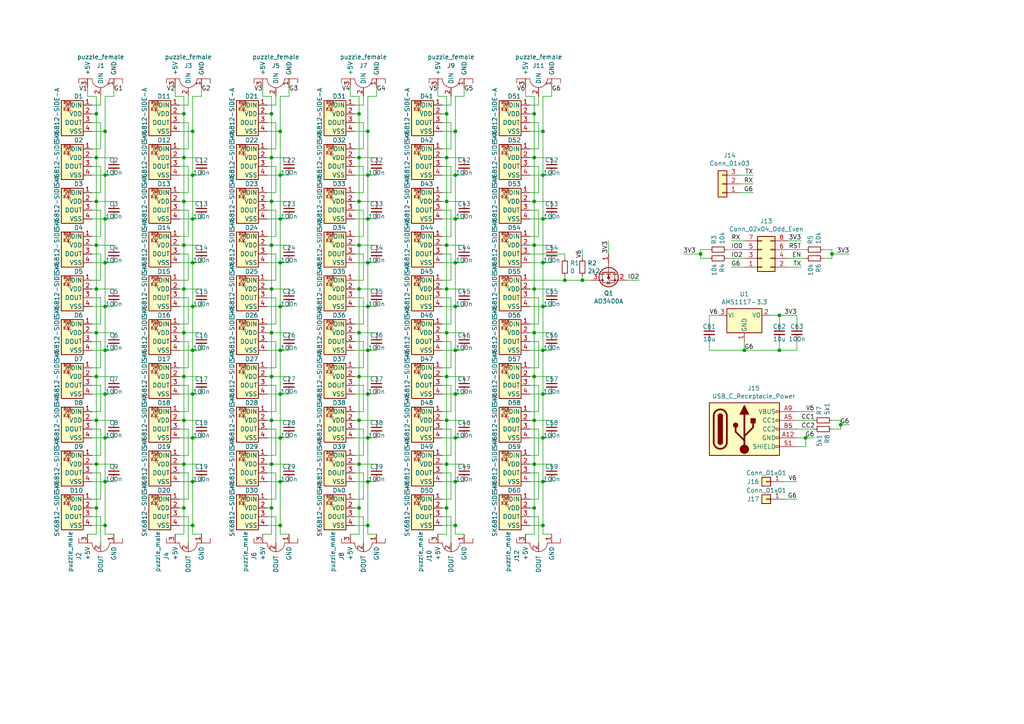
<source format=kicad_sch>
(kicad_sch (version 20211123) (generator eeschema)
  (paper "A4")
  (title_block (title "colock") (date "2022-03-14") (rev "B") (comment 1 "CC-BY-SA 3.0") (comment 2 "(c) Jost Salathé"))
  (junction (at 243.84 123.19))
  (junction (at 163.83 81.28))
  (junction (at 154.94 71.12))
  (junction (at 53.34 147.32))
  (junction (at 53.34 71.12))
  (junction (at 154.94 83.82))
  (junction (at 55.88 127))
  (junction (at 55.88 88.9))
  (junction (at 106.68 101.6))
  (junction (at 81.28 38.1))
  (junction (at 81.28 76.2))
  (junction (at 104.14 71.12))
  (junction (at 104.14 109.22))
  (junction (at 30.48 76.2))
  (junction (at 157.48 88.9))
  (junction (at 157.48 101.6))
  (junction (at 154.94 109.22))
  (junction (at 78.74 33.02))
  (junction (at 106.68 50.8))
  (junction (at 157.48 139.7))
  (junction (at 132.08 101.6))
  (junction (at 55.88 114.3))
  (junction (at 106.68 38.1))
  (junction (at 215.9 101.6))
  (junction (at 30.48 101.6))
  (junction (at 53.34 45.72))
  (junction (at 106.68 76.2))
  (junction (at 233.68 127))
  (junction (at 30.48 88.9))
  (junction (at 104.14 33.02))
  (junction (at 203.2 73.66))
  (junction (at 27.94 58.42))
  (junction (at 132.08 88.9))
  (junction (at 78.74 96.52))
  (junction (at 132.08 76.2))
  (junction (at 154.94 58.42))
  (junction (at 27.94 83.82))
  (junction (at 104.14 96.52))
  (junction (at 27.94 33.02))
  (junction (at 27.94 147.32))
  (junction (at 53.34 121.92))
  (junction (at 104.14 121.92))
  (junction (at 27.94 121.92))
  (junction (at 129.54 58.42))
  (junction (at 53.34 83.82))
  (junction (at 157.48 63.5))
  (junction (at 30.48 114.3))
  (junction (at 81.28 152.4))
  (junction (at 55.88 101.6))
  (junction (at 78.74 134.62))
  (junction (at 129.54 45.72))
  (junction (at 129.54 33.02))
  (junction (at 129.54 83.82))
  (junction (at 154.94 45.72))
  (junction (at 106.68 88.9))
  (junction (at 157.48 50.8))
  (junction (at 132.08 152.4))
  (junction (at 104.14 45.72))
  (junction (at 55.88 139.7))
  (junction (at 78.74 109.22))
  (junction (at 226.06 101.6))
  (junction (at 53.34 58.42))
  (junction (at 55.88 50.8))
  (junction (at 55.88 152.4))
  (junction (at 27.94 45.72))
  (junction (at 78.74 58.42))
  (junction (at 129.54 121.92))
  (junction (at 106.68 63.5))
  (junction (at 129.54 96.52))
  (junction (at 104.14 58.42))
  (junction (at 132.08 114.3))
  (junction (at 241.3 73.66))
  (junction (at 129.54 147.32))
  (junction (at 78.74 45.72))
  (junction (at 157.48 76.2))
  (junction (at 154.94 96.52))
  (junction (at 30.48 152.4))
  (junction (at 53.34 109.22))
  (junction (at 30.48 63.5))
  (junction (at 81.28 50.8))
  (junction (at 55.88 63.5))
  (junction (at 106.68 127))
  (junction (at 104.14 83.82))
  (junction (at 129.54 134.62))
  (junction (at 157.48 152.4))
  (junction (at 53.34 96.52))
  (junction (at 104.14 147.32))
  (junction (at 154.94 33.02))
  (junction (at 78.74 83.82))
  (junction (at 157.48 38.1))
  (junction (at 30.48 50.8))
  (junction (at 30.48 38.1))
  (junction (at 132.08 139.7))
  (junction (at 27.94 96.52))
  (junction (at 81.28 127))
  (junction (at 106.68 152.4))
  (junction (at 27.94 109.22))
  (junction (at 81.28 101.6))
  (junction (at 53.34 33.02))
  (junction (at 81.28 139.7))
  (junction (at 132.08 50.8))
  (junction (at 78.74 121.92))
  (junction (at 154.94 147.32))
  (junction (at 81.28 114.3))
  (junction (at 154.94 134.62))
  (junction (at 132.08 63.5))
  (junction (at 168.91 81.28))
  (junction (at 104.14 134.62))
  (junction (at 129.54 109.22))
  (junction (at 154.94 121.92))
  (junction (at 27.94 71.12))
  (junction (at 81.28 63.5))
  (junction (at 53.34 134.62))
  (junction (at 78.74 71.12))
  (junction (at 157.48 127))
  (junction (at 30.48 127))
  (junction (at 129.54 71.12))
  (junction (at 226.06 91.44))
  (junction (at 106.68 114.3))
  (junction (at 157.48 114.3))
  (junction (at 55.88 38.1))
  (junction (at 132.08 38.1))
  (junction (at 27.94 134.62))
  (junction (at 30.48 139.7))
  (junction (at 106.68 139.7))
  (junction (at 132.08 127))
  (junction (at 81.28 88.9))
  (junction (at 55.88 76.2))
  (junction (at 78.74 147.32))
  (wire (pts (xy 134.62 88.9) (xy 132.08 88.9)))
  (wire (pts (xy 134.62 50.8) (xy 132.08 50.8)))
  (wire (pts (xy 231.14 101.6) (xy 226.06 101.6)))
  (wire (pts (xy 58.42 63.5) (xy 55.88 63.5)))
  (wire (pts (xy 77.47 114.3) (xy 81.28 114.3)))
  (wire (pts (xy 54.61 144.78) (xy 52.07 144.78)))
  (wire (pts (xy 102.87 48.26) (xy 105.41 48.26)))
  (wire (pts (xy 232.41 69.85) (xy 228.6 69.85)))
  (wire (pts (xy 78.74 83.82) (xy 78.74 71.12)))
  (wire (pts (xy 153.67 55.88) (xy 156.21 55.88)))
  (wire (pts (xy 156.21 68.58) (xy 153.67 68.58)))
  (wire (pts (xy 77.47 48.26) (xy 80.01 48.26)))
  (wire (pts (xy 106.68 76.2) (xy 106.68 63.5)))
  (wire (pts (xy 26.67 81.28) (xy 29.21 81.28)))
  (wire (pts (xy 130.81 81.28) (xy 130.81 73.66)))
  (wire (pts (xy 105.41 124.46) (xy 105.41 132.08)))
  (wire (pts (xy 106.68 38.1) (xy 106.68 50.8)))
  (wire (pts (xy 78.74 121.92) (xy 78.74 109.22)))
  (wire (pts (xy 102.87 33.02) (xy 104.14 33.02)))
  (wire (pts (xy 130.81 119.38) (xy 128.27 119.38)))
  (wire (pts (xy 109.22 121.92) (xy 104.14 121.92)))
  (wire (pts (xy 109.22 27.94) (xy 106.68 27.94)))
  (wire (pts (xy 132.08 139.7) (xy 132.08 127)))
  (wire (pts (xy 127 25.4) (xy 127 27.94)))
  (wire (pts (xy 77.47 38.1) (xy 81.28 38.1)))
  (wire (pts (xy 29.21 30.48) (xy 26.67 30.48)))
  (wire (pts (xy 153.67 111.76) (xy 156.21 111.76)))
  (wire (pts (xy 52.07 147.32) (xy 53.34 147.32)))
  (wire (pts (xy 104.14 58.42) (xy 104.14 45.72)))
  (wire (pts (xy 128.27 114.3) (xy 132.08 114.3)))
  (wire (pts (xy 153.67 76.2) (xy 157.48 76.2)))
  (wire (pts (xy 33.02 121.92) (xy 27.94 121.92)))
  (wire (pts (xy 102.87 38.1) (xy 106.68 38.1)))
  (wire (pts (xy 54.61 99.06) (xy 54.61 106.68)))
  (wire (pts (xy 26.67 139.7) (xy 30.48 139.7)))
  (wire (pts (xy 246.38 73.66) (xy 241.3 73.66)))
  (wire (pts (xy 102.87 124.46) (xy 105.41 124.46)))
  (wire (pts (xy 54.61 93.98) (xy 54.61 86.36)))
  (wire (pts (xy 157.48 139.7) (xy 157.48 127)))
  (wire (pts (xy 29.21 81.28) (xy 29.21 73.66)))
  (wire (pts (xy 128.27 111.76) (xy 130.81 111.76)))
  (wire (pts (xy 33.02 154.94) (xy 30.48 154.94)))
  (wire (pts (xy 33.02 27.94) (xy 30.48 27.94)))
  (wire (pts (xy 80.01 144.78) (xy 77.47 144.78)))
  (wire (pts (xy 58.42 83.82) (xy 53.34 83.82)))
  (wire (pts (xy 104.14 71.12) (xy 104.14 58.42)))
  (wire (pts (xy 157.48 88.9) (xy 157.48 76.2)))
  (wire (pts (xy 102.87 63.5) (xy 106.68 63.5)))
  (wire (pts (xy 153.67 101.6) (xy 157.48 101.6)))
  (wire (pts (xy 83.82 154.94) (xy 81.28 154.94)))
  (wire (pts (xy 52.07 99.06) (xy 54.61 99.06)))
  (wire (pts (xy 29.21 68.58) (xy 26.67 68.58)))
  (wire (pts (xy 127 154.94) (xy 129.54 154.94)))
  (wire (pts (xy 154.94 121.92) (xy 154.94 109.22)))
  (wire (pts (xy 105.41 81.28) (xy 105.41 73.66)))
  (wire (pts (xy 81.28 152.4) (xy 81.28 139.7)))
  (wire (pts (xy 26.67 93.98) (xy 29.21 93.98)))
  (wire (pts (xy 77.47 121.92) (xy 78.74 121.92)))
  (wire (pts (xy 134.62 154.94) (xy 132.08 154.94)))
  (wire (pts (xy 153.67 93.98) (xy 156.21 93.98)))
  (wire (pts (xy 153.67 124.46) (xy 156.21 124.46)))
  (wire (pts (xy 30.48 76.2) (xy 30.48 63.5)))
  (wire (pts (xy 81.28 27.94) (xy 81.28 38.1)))
  (wire (pts (xy 153.67 121.92) (xy 154.94 121.92)))
  (wire (pts (xy 52.07 134.62) (xy 53.34 134.62)))
  (wire (pts (xy 80.01 27.94) (xy 80.01 30.48)))
  (wire (pts (xy 77.47 60.96) (xy 80.01 60.96)))
  (wire (pts (xy 77.47 134.62) (xy 78.74 134.62)))
  (wire (pts (xy 232.41 77.47) (xy 228.6 77.47)))
  (wire (pts (xy 52.07 58.42) (xy 53.34 58.42)))
  (wire (pts (xy 33.02 114.3) (xy 30.48 114.3)))
  (wire (pts (xy 52.07 111.76) (xy 54.61 111.76)))
  (wire (pts (xy 55.88 27.94) (xy 55.88 38.1)))
  (wire (pts (xy 80.01 99.06) (xy 80.01 106.68)))
  (wire (pts (xy 128.27 152.4) (xy 132.08 152.4)))
  (wire (pts (xy 130.81 99.06) (xy 130.81 106.68)))
  (wire (pts (xy 153.67 81.28) (xy 163.83 81.28)))
  (wire (pts (xy 58.42 109.22) (xy 53.34 109.22)))
  (wire (pts (xy 27.94 71.12) (xy 27.94 58.42)))
  (wire (pts (xy 160.02 114.3) (xy 157.48 114.3)))
  (wire (pts (xy 160.02 134.62) (xy 154.94 134.62)))
  (wire (pts (xy 81.28 76.2) (xy 81.28 63.5)))
  (wire (pts (xy 53.34 96.52) (xy 53.34 83.82)))
  (wire (pts (xy 102.87 96.52) (xy 104.14 96.52)))
  (wire (pts (xy 55.88 50.8) (xy 52.07 50.8)))
  (wire (pts (xy 76.2 154.94) (xy 78.74 154.94)))
  (wire (pts (xy 83.82 88.9) (xy 81.28 88.9)))
  (wire (pts (xy 83.82 127) (xy 81.28 127)))
  (wire (pts (xy 26.67 109.22) (xy 27.94 109.22)))
  (wire (pts (xy 168.91 80.01) (xy 168.91 81.28)))
  (wire (pts (xy 77.47 33.02) (xy 78.74 33.02)))
  (wire (pts (xy 54.61 43.18) (xy 52.07 43.18)))
  (wire (pts (xy 128.27 127) (xy 132.08 127)))
  (wire (pts (xy 29.21 86.36) (xy 26.67 86.36)))
  (wire (pts (xy 102.87 101.6) (xy 106.68 101.6)))
  (wire (pts (xy 153.67 71.12) (xy 154.94 71.12)))
  (wire (pts (xy 153.67 99.06) (xy 156.21 99.06)))
  (wire (pts (xy 153.67 147.32) (xy 154.94 147.32)))
  (wire (pts (xy 160.02 71.12) (xy 154.94 71.12)))
  (wire (pts (xy 130.81 149.86) (xy 130.81 157.48)))
  (wire (pts (xy 128.27 121.92) (xy 129.54 121.92)))
  (wire (pts (xy 33.02 71.12) (xy 27.94 71.12)))
  (wire (pts (xy 153.67 83.82) (xy 154.94 83.82)))
  (wire (pts (xy 54.61 60.96) (xy 54.61 68.58)))
  (wire (pts (xy 154.94 147.32) (xy 154.94 134.62)))
  (wire (pts (xy 156.21 55.88) (xy 156.21 48.26)))
  (wire (pts (xy 83.82 114.3) (xy 81.28 114.3)))
  (wire (pts (xy 156.21 35.56) (xy 156.21 43.18)))
  (wire (pts (xy 102.87 58.42) (xy 104.14 58.42)))
  (wire (pts (xy 104.14 45.72) (xy 102.87 45.72)))
  (wire (pts (xy 54.61 111.76) (xy 54.61 119.38)))
  (wire (pts (xy 77.47 111.76) (xy 80.01 111.76)))
  (wire (pts (xy 233.68 129.54) (xy 233.68 127)))
  (wire (pts (xy 153.67 149.86) (xy 156.21 149.86)))
  (wire (pts (xy 27.94 147.32) (xy 27.94 134.62)))
  (wire (pts (xy 33.02 63.5) (xy 30.48 63.5)))
  (wire (pts (xy 176.53 73.66) (xy 176.53 69.85)))
  (wire (pts (xy 109.22 139.7) (xy 106.68 139.7)))
  (wire (pts (xy 243.84 121.92) (xy 243.84 123.19)))
  (wire (pts (xy 129.54 58.42) (xy 129.54 45.72)))
  (wire (pts (xy 130.81 111.76) (xy 130.81 119.38)))
  (wire (pts (xy 156.21 43.18) (xy 153.67 43.18)))
  (wire (pts (xy 83.82 71.12) (xy 78.74 71.12)))
  (wire (pts (xy 25.4 27.94) (xy 27.94 27.94)))
  (wire (pts (xy 105.41 93.98) (xy 105.41 86.36)))
  (wire (pts (xy 153.67 60.96) (xy 156.21 60.96)))
  (wire (pts (xy 33.02 50.8) (xy 30.48 50.8)))
  (wire (pts (xy 53.34 109.22) (xy 53.34 96.52)))
  (wire (pts (xy 53.34 45.72) (xy 52.07 45.72)))
  (wire (pts (xy 128.27 81.28) (xy 130.81 81.28)))
  (wire (pts (xy 77.47 152.4) (xy 81.28 152.4)))
  (wire (pts (xy 53.34 83.82) (xy 53.34 71.12)))
  (wire (pts (xy 55.88 127) (xy 55.88 114.3)))
  (wire (pts (xy 160.02 127) (xy 157.48 127)))
  (wire (pts (xy 80.01 119.38) (xy 77.47 119.38)))
  (wire (pts (xy 128.27 48.26) (xy 130.81 48.26)))
  (wire (pts (xy 128.27 35.56) (xy 130.81 35.56)))
  (wire (pts (xy 55.88 101.6) (xy 55.88 88.9)))
  (wire (pts (xy 218.44 50.8) (xy 214.63 50.8)))
  (wire (pts (xy 132.08 38.1) (xy 132.08 50.8)))
  (wire (pts (xy 77.47 93.98) (xy 80.01 93.98)))
  (wire (pts (xy 54.61 106.68) (xy 52.07 106.68)))
  (wire (pts (xy 198.12 73.66) (xy 203.2 73.66)))
  (wire (pts (xy 26.67 121.92) (xy 27.94 121.92)))
  (wire (pts (xy 26.67 147.32) (xy 27.94 147.32)))
  (wire (pts (xy 53.34 154.94) (xy 53.34 147.32)))
  (wire (pts (xy 128.27 71.12) (xy 129.54 71.12)))
  (wire (pts (xy 160.02 101.6) (xy 157.48 101.6)))
  (wire (pts (xy 26.67 38.1) (xy 30.48 38.1)))
  (wire (pts (xy 80.01 111.76) (xy 80.01 119.38)))
  (wire (pts (xy 29.21 132.08) (xy 26.67 132.08)))
  (wire (pts (xy 163.83 74.93) (xy 163.83 73.66)))
  (wire (pts (xy 104.14 33.02) (xy 104.14 45.72)))
  (wire (pts (xy 128.27 109.22) (xy 129.54 109.22)))
  (wire (pts (xy 77.47 124.46) (xy 80.01 124.46)))
  (wire (pts (xy 101.6 27.94) (xy 104.14 27.94)))
  (wire (pts (xy 50.8 154.94) (xy 53.34 154.94)))
  (wire (pts (xy 102.87 35.56) (xy 105.41 35.56)))
  (wire (pts (xy 26.67 83.82) (xy 27.94 83.82)))
  (wire (pts (xy 156.21 124.46) (xy 156.21 132.08)))
  (wire (pts (xy 50.8 27.94) (xy 53.34 27.94)))
  (wire (pts (xy 236.22 119.38) (xy 231.14 119.38)))
  (wire (pts (xy 109.22 76.2) (xy 106.68 76.2)))
  (wire (pts (xy 231.14 99.06) (xy 231.14 101.6)))
  (wire (pts (xy 156.21 60.96) (xy 156.21 68.58)))
  (wire (pts (xy 134.62 127) (xy 132.08 127)))
  (wire (pts (xy 153.67 152.4) (xy 157.48 152.4)))
  (wire (pts (xy 160.02 58.42) (xy 154.94 58.42)))
  (wire (pts (xy 52.07 33.02) (xy 53.34 33.02)))
  (wire (pts (xy 106.68 101.6) (xy 106.68 88.9)))
  (wire (pts (xy 106.68 50.8) (xy 102.87 50.8)))
  (wire (pts (xy 153.67 33.02) (xy 154.94 33.02)))
  (wire (pts (xy 83.82 121.92) (xy 78.74 121.92)))
  (wire (pts (xy 53.34 33.02) (xy 53.34 45.72)))
  (wire (pts (xy 134.62 63.5) (xy 132.08 63.5)))
  (wire (pts (xy 26.67 111.76) (xy 29.21 111.76)))
  (wire (pts (xy 156.21 132.08) (xy 153.67 132.08)))
  (wire (pts (xy 129.54 33.02) (xy 129.54 45.72)))
  (wire (pts (xy 26.67 60.96) (xy 29.21 60.96)))
  (wire (pts (xy 33.02 101.6) (xy 30.48 101.6)))
  (wire (pts (xy 102.87 93.98) (xy 105.41 93.98)))
  (wire (pts (xy 30.48 114.3) (xy 30.48 101.6)))
  (wire (pts (xy 132.08 76.2) (xy 132.08 63.5)))
  (wire (pts (xy 226.06 99.06) (xy 226.06 101.6)))
  (wire (pts (xy 80.01 73.66) (xy 77.47 73.66)))
  (wire (pts (xy 153.67 127) (xy 157.48 127)))
  (wire (pts (xy 157.48 152.4) (xy 157.48 139.7)))
  (wire (pts (xy 160.02 88.9) (xy 157.48 88.9)))
  (wire (pts (xy 54.61 149.86) (xy 54.61 157.48)))
  (wire (pts (xy 132.08 152.4) (xy 132.08 139.7)))
  (wire (pts (xy 81.28 114.3) (xy 81.28 101.6)))
  (wire (pts (xy 106.68 63.5) (xy 106.68 50.8)))
  (wire (pts (xy 227.33 144.78) (xy 231.14 144.78)))
  (wire (pts (xy 105.41 43.18) (xy 102.87 43.18)))
  (wire (pts (xy 153.67 109.22) (xy 154.94 109.22)))
  (wire (pts (xy 134.62 121.92) (xy 129.54 121.92)))
  (wire (pts (xy 78.74 27.94) (xy 78.74 33.02)))
  (wire (pts (xy 109.22 71.12) (xy 104.14 71.12)))
  (wire (pts (xy 54.61 68.58) (xy 52.07 68.58)))
  (wire (pts (xy 203.2 73.66) (xy 203.2 74.93)))
  (wire (pts (xy 55.88 38.1) (xy 55.88 50.8)))
  (wire (pts (xy 153.67 88.9) (xy 157.48 88.9)))
  (wire (pts (xy 160.02 139.7) (xy 157.48 139.7)))
  (wire (pts (xy 102.87 127) (xy 106.68 127)))
  (wire (pts (xy 52.07 71.12) (xy 53.34 71.12)))
  (wire (pts (xy 101.6 154.94) (xy 104.14 154.94)))
  (wire (pts (xy 128.27 139.7) (xy 132.08 139.7)))
  (wire (pts (xy 33.02 58.42) (xy 27.94 58.42)))
  (wire (pts (xy 134.62 76.2) (xy 132.08 76.2)))
  (wire (pts (xy 132.08 114.3) (xy 132.08 101.6)))
  (wire (pts (xy 160.02 109.22) (xy 154.94 109.22)))
  (wire (pts (xy 52.07 81.28) (xy 54.61 81.28)))
  (wire (pts (xy 152.4 154.94) (xy 154.94 154.94)))
  (wire (pts (xy 128.27 134.62) (xy 129.54 134.62)))
  (wire (pts (xy 29.21 106.68) (xy 26.67 106.68)))
  (wire (pts (xy 153.67 48.26) (xy 156.21 48.26)))
  (wire (pts (xy 130.81 35.56) (xy 130.81 43.18)))
  (wire (pts (xy 152.4 27.94) (xy 154.94 27.94)))
  (wire (pts (xy 80.01 35.56) (xy 80.01 43.18)))
  (wire (pts (xy 58.42 25.4) (xy 58.42 27.94)))
  (wire (pts (xy 241.3 72.39) (xy 241.3 73.66)))
  (wire (pts (xy 25.4 154.94) (xy 27.94 154.94)))
  (wire (pts (xy 129.54 134.62) (xy 129.54 121.92)))
  (wire (pts (xy 52.07 127) (xy 55.88 127)))
  (wire (pts (xy 231.14 91.44) (xy 231.14 93.98)))
  (wire (pts (xy 52.07 96.52) (xy 53.34 96.52)))
  (wire (pts (xy 134.62 58.42) (xy 129.54 58.42)))
  (wire (pts (xy 128.27 83.82) (xy 129.54 83.82)))
  (wire (pts (xy 53.34 147.32) (xy 53.34 134.62)))
  (wire (pts (xy 104.14 96.52) (xy 104.14 83.82)))
  (wire (pts (xy 33.02 134.62) (xy 27.94 134.62)))
  (wire (pts (xy 241.3 73.66) (xy 241.3 74.93)))
  (wire (pts (xy 106.68 139.7) (xy 106.68 127)))
  (wire (pts (xy 157.48 127) (xy 157.48 114.3)))
  (wire (pts (xy 130.81 124.46) (xy 130.81 132.08)))
  (wire (pts (xy 27.94 121.92) (xy 27.94 109.22)))
  (wire (pts (xy 83.82 63.5) (xy 81.28 63.5)))
  (wire (pts (xy 134.62 114.3) (xy 132.08 114.3)))
  (wire (pts (xy 105.41 60.96) (xy 105.41 68.58)))
  (wire (pts (xy 157.48 154.94) (xy 157.48 152.4)))
  (wire (pts (xy 154.94 27.94) (xy 154.94 33.02)))
  (wire (pts (xy 54.61 30.48) (xy 52.07 30.48)))
  (wire (pts (xy 102.87 99.06) (xy 105.41 99.06)))
  (wire (pts (xy 129.54 45.72) (xy 128.27 45.72)))
  (wire (pts (xy 156.21 99.06) (xy 156.21 106.68)))
  (wire (pts (xy 27.94 58.42) (xy 27.94 45.72)))
  (wire (pts (xy 77.47 55.88) (xy 80.01 55.88)))
  (wire (pts (xy 58.42 139.7) (xy 55.88 139.7)))
  (wire (pts (xy 134.62 25.4) (xy 134.62 27.94)))
  (wire (pts (xy 243.84 124.46) (xy 241.3 124.46)))
  (wire (pts (xy 153.67 38.1) (xy 157.48 38.1)))
  (wire (pts (xy 130.81 86.36) (xy 128.27 86.36)))
  (wire (pts (xy 109.22 63.5) (xy 106.68 63.5)))
  (wire (pts (xy 55.88 76.2) (xy 55.88 63.5)))
  (wire (pts (xy 128.27 63.5) (xy 132.08 63.5)))
  (wire (pts (xy 104.14 83.82) (xy 104.14 71.12)))
  (wire (pts (xy 168.91 81.28) (xy 171.45 81.28)))
  (wire (pts (xy 128.27 124.46) (xy 130.81 124.46)))
  (wire (pts (xy 156.21 144.78) (xy 153.67 144.78)))
  (wire (pts (xy 241.3 74.93) (xy 238.76 74.93)))
  (wire (pts (xy 156.21 149.86) (xy 156.21 157.48)))
  (wire (pts (xy 80.01 81.28) (xy 80.01 73.66)))
  (wire (pts (xy 52.07 137.16) (xy 54.61 137.16)))
  (wire (pts (xy 109.22 50.8) (xy 106.68 50.8)))
  (wire (pts (xy 130.81 93.98) (xy 130.81 86.36)))
  (wire (pts (xy 231.14 121.92) (xy 236.22 121.92)))
  (wire (pts (xy 105.41 86.36) (xy 102.87 86.36)))
  (wire (pts (xy 105.41 111.76) (xy 105.41 119.38)))
  (wire (pts (xy 54.61 86.36) (xy 52.07 86.36)))
  (wire (pts (xy 153.67 137.16) (xy 156.21 137.16)))
  (wire (pts (xy 58.42 127) (xy 55.88 127)))
  (wire (pts (xy 106.68 154.94) (xy 106.68 152.4)))
  (wire (pts (xy 58.42 154.94) (xy 55.88 154.94)))
  (wire (pts (xy 52.07 35.56) (xy 54.61 35.56)))
  (wire (pts (xy 223.52 91.44) (xy 226.06 91.44)))
  (wire (pts (xy 33.02 109.22) (xy 27.94 109.22)))
  (wire (pts (xy 26.67 88.9) (xy 30.48 88.9)))
  (wire (pts (xy 153.67 114.3) (xy 157.48 114.3)))
  (wire (pts (xy 77.47 81.28) (xy 80.01 81.28)))
  (wire (pts (xy 154.94 134.62) (xy 154.94 121.92)))
  (wire (pts (xy 153.67 35.56) (xy 156.21 35.56)))
  (wire (pts (xy 80.01 124.46) (xy 80.01 132.08)))
  (wire (pts (xy 26.67 96.52) (xy 27.94 96.52)))
  (wire (pts (xy 54.61 137.16) (xy 54.61 144.78)))
  (wire (pts (xy 129.54 121.92) (xy 129.54 109.22)))
  (wire (pts (xy 109.22 58.42) (xy 104.14 58.42)))
  (wire (pts (xy 30.48 154.94) (xy 30.48 152.4)))
  (wire (pts (xy 33.02 83.82) (xy 27.94 83.82)))
  (wire (pts (xy 55.88 152.4) (xy 55.88 139.7)))
  (wire (pts (xy 50.8 25.4) (xy 50.8 27.94)))
  (wire (pts (xy 128.27 38.1) (xy 132.08 38.1)))
  (wire (pts (xy 58.42 134.62) (xy 53.34 134.62)))
  (wire (pts (xy 52.07 121.92) (xy 53.34 121.92)))
  (wire (pts (xy 80.01 30.48) (xy 77.47 30.48)))
  (wire (pts (xy 160.02 45.72) (xy 154.94 45.72)))
  (wire (pts (xy 58.42 50.8) (xy 55.88 50.8)))
  (wire (pts (xy 104.14 147.32) (xy 104.14 134.62)))
  (wire (pts (xy 134.62 134.62) (xy 129.54 134.62)))
  (wire (pts (xy 160.02 50.8) (xy 157.48 50.8)))
  (wire (pts (xy 78.74 33.02) (xy 78.74 45.72)))
  (wire (pts (xy 109.22 127) (xy 106.68 127)))
  (wire (pts (xy 134.62 71.12) (xy 129.54 71.12)))
  (wire (pts (xy 29.21 111.76) (xy 29.21 119.38)))
  (wire (pts (xy 241.3 121.92) (xy 243.84 121.92)))
  (wire (pts (xy 214.63 53.34) (xy 218.44 53.34)))
  (wire (pts (xy 81.28 139.7) (xy 81.28 127)))
  (wire (pts (xy 129.54 147.32) (xy 129.54 134.62)))
  (wire (pts (xy 77.47 83.82) (xy 78.74 83.82)))
  (wire (pts (xy 58.42 121.92) (xy 53.34 121.92)))
  (wire (pts (xy 76.2 25.4) (xy 76.2 27.94)))
  (wire (pts (xy 128.27 96.52) (xy 129.54 96.52)))
  (wire (pts (xy 83.82 101.6) (xy 81.28 101.6)))
  (wire (pts (xy 26.67 101.6) (xy 30.48 101.6)))
  (wire (pts (xy 26.67 149.86) (xy 29.21 149.86)))
  (wire (pts (xy 80.01 149.86) (xy 80.01 157.48)))
  (wire (pts (xy 53.34 71.12) (xy 53.34 58.42)))
  (wire (pts (xy 58.42 76.2) (xy 55.88 76.2)))
  (wire (pts (xy 77.47 101.6) (xy 81.28 101.6)))
  (wire (pts (xy 157.48 63.5) (xy 157.48 50.8)))
  (wire (pts (xy 27.94 109.22) (xy 27.94 96.52)))
  (wire (pts (xy 106.68 152.4) (xy 106.68 139.7)))
  (wire (pts (xy 105.41 137.16) (xy 105.41 144.78)))
  (wire (pts (xy 77.47 88.9) (xy 81.28 88.9)))
  (wire (pts (xy 58.42 101.6) (xy 55.88 101.6)))
  (wire (pts (xy 52.07 109.22) (xy 53.34 109.22)))
  (wire (pts (xy 134.62 109.22) (xy 129.54 109.22)))
  (wire (pts (xy 33.02 96.52) (xy 27.94 96.52)))
  (wire (pts (xy 29.21 119.38) (xy 26.67 119.38)))
  (wire (pts (xy 102.87 111.76) (xy 105.41 111.76)))
  (wire (pts (xy 154.94 154.94) (xy 154.94 147.32)))
  (wire (pts (xy 26.67 48.26) (xy 29.21 48.26)))
  (wire (pts (xy 215.9 101.6) (xy 215.9 99.06)))
  (wire (pts (xy 203.2 72.39) (xy 203.2 73.66)))
  (wire (pts (xy 168.91 81.28) (xy 163.83 81.28)))
  (wire (pts (xy 129.54 154.94) (xy 129.54 147.32)))
  (wire (pts (xy 128.27 33.02) (xy 129.54 33.02)))
  (wire (pts (xy 30.48 38.1) (xy 30.48 50.8)))
  (wire (pts (xy 128.27 147.32) (xy 129.54 147.32)))
  (wire (pts (xy 83.82 83.82) (xy 78.74 83.82)))
  (wire (pts (xy 26.67 114.3) (xy 30.48 114.3)))
  (wire (pts (xy 218.44 55.88) (xy 214.63 55.88)))
  (wire (pts (xy 78.74 96.52) (xy 78.74 83.82)))
  (wire (pts (xy 154.94 71.12) (xy 154.94 58.42)))
  (wire (pts (xy 106.68 114.3) (xy 106.68 101.6)))
  (wire (pts (xy 205.74 99.06) (xy 205.74 101.6)))
  (wire (pts (xy 26.67 127) (xy 30.48 127)))
  (wire (pts (xy 83.82 50.8) (xy 81.28 50.8)))
  (wire (pts (xy 130.81 60.96) (xy 130.81 68.58)))
  (wire (pts (xy 80.01 106.68) (xy 77.47 106.68)))
  (wire (pts (xy 109.22 134.62) (xy 104.14 134.62)))
  (wire (pts (xy 157.48 38.1) (xy 157.48 50.8)))
  (wire (pts (xy 81.28 154.94) (xy 81.28 152.4)))
  (wire (pts (xy 160.02 27.94) (xy 157.48 27.94)))
  (wire (pts (xy 55.88 139.7) (xy 55.88 127)))
  (wire (pts (xy 228.6 72.39) (xy 233.68 72.39)))
  (wire (pts (xy 130.81 144.78) (xy 128.27 144.78)))
  (wire (pts (xy 58.42 114.3) (xy 55.88 114.3)))
  (wire (pts (xy 30.48 101.6) (xy 30.48 88.9)))
  (wire (pts (xy 26.67 33.02) (xy 27.94 33.02)))
  (wire (pts (xy 55.88 88.9) (xy 55.88 76.2)))
  (wire (pts (xy 81.28 88.9) (xy 81.28 76.2)))
  (wire (pts (xy 30.48 88.9) (xy 30.48 76.2)))
  (wire (pts (xy 26.67 35.56) (xy 29.21 35.56)))
  (wire (pts (xy 27.94 96.52) (xy 27.94 83.82)))
  (wire (pts (xy 128.27 60.96) (xy 130.81 60.96)))
  (wire (pts (xy 77.47 139.7) (xy 81.28 139.7)))
  (wire (pts (xy 52.07 60.96) (xy 54.61 60.96)))
  (wire (pts (xy 29.21 55.88) (xy 29.21 48.26)))
  (wire (pts (xy 128.27 55.88) (xy 130.81 55.88)))
  (wire (pts (xy 129.54 109.22) (xy 129.54 96.52)))
  (wire (pts (xy 80.01 60.96) (xy 80.01 68.58)))
  (wire (pts (xy 26.67 99.06) (xy 29.21 99.06)))
  (wire (pts (xy 102.87 114.3) (xy 106.68 114.3)))
  (wire (pts (xy 153.67 139.7) (xy 157.48 139.7)))
  (wire (pts (xy 156.21 86.36) (xy 153.67 86.36)))
  (wire (pts (xy 102.87 121.92) (xy 104.14 121.92)))
  (wire (pts (xy 156.21 106.68) (xy 153.67 106.68)))
  (wire (pts (xy 105.41 55.88) (xy 105.41 48.26)))
  (wire (pts (xy 160.02 154.94) (xy 157.48 154.94)))
  (wire (pts (xy 102.87 81.28) (xy 105.41 81.28)))
  (wire (pts (xy 55.88 154.94) (xy 55.88 152.4)))
  (wire (pts (xy 156.21 119.38) (xy 153.67 119.38)))
  (wire (pts (xy 104.14 27.94) (xy 104.14 33.02)))
  (wire (pts (xy 27.94 33.02) (xy 27.94 45.72)))
  (wire (pts (xy 58.42 58.42) (xy 53.34 58.42)))
  (wire (pts (xy 130.81 55.88) (xy 130.81 48.26)))
  (wire (pts (xy 105.41 149.86) (xy 105.41 157.48)))
  (wire (pts (xy 236.22 127) (xy 233.68 127)))
  (wire (pts (xy 153.67 58.42) (xy 154.94 58.42)))
  (wire (pts (xy 203.2 72.39) (xy 205.74 72.39)))
  (wire (pts (xy 132.08 127) (xy 132.08 114.3)))
  (wire (pts (xy 80.01 132.08) (xy 77.47 132.08)))
  (wire (pts (xy 58.42 96.52) (xy 53.34 96.52)))
  (wire (pts (xy 54.61 124.46) (xy 54.61 132.08)))
  (wire (pts (xy 134.62 96.52) (xy 129.54 96.52)))
  (wire (pts (xy 128.27 76.2) (xy 132.08 76.2)))
  (wire (pts (xy 102.87 71.12) (xy 104.14 71.12)))
  (wire (pts (xy 132.08 154.94) (xy 132.08 152.4)))
  (wire (pts (xy 241.3 72.39) (xy 238.76 72.39)))
  (wire (pts (xy 205.74 91.44) (xy 208.28 91.44)))
  (wire (pts (xy 29.21 27.94) (xy 29.21 30.48)))
  (wire (pts (xy 83.82 45.72) (xy 78.74 45.72)))
  (wire (pts (xy 160.02 121.92) (xy 154.94 121.92)))
  (wire (pts (xy 83.82 25.4) (xy 83.82 27.94)))
  (wire (pts (xy 26.67 134.62) (xy 27.94 134.62)))
  (wire (pts (xy 77.47 149.86) (xy 80.01 149.86)))
  (wire (pts (xy 129.54 71.12) (xy 129.54 58.42)))
  (wire (pts (xy 109.22 25.4) (xy 109.22 27.94)))
  (wire (pts (xy 105.41 73.66) (xy 102.87 73.66)))
  (wire (pts (xy 77.47 58.42) (xy 78.74 58.42)))
  (wire (pts (xy 128.27 101.6) (xy 132.08 101.6)))
  (wire (pts (xy 132.08 88.9) (xy 132.08 76.2)))
  (wire (pts (xy 104.14 134.62) (xy 104.14 121.92)))
  (wire (pts (xy 26.67 71.12) (xy 27.94 71.12)))
  (wire (pts (xy 102.87 152.4) (xy 106.68 152.4)))
  (wire (pts (xy 83.82 109.22) (xy 78.74 109.22)))
  (wire (pts (xy 243.84 123.19) (xy 243.84 124.46)))
  (wire (pts (xy 29.21 35.56) (xy 29.21 43.18)))
  (wire (pts (xy 157.48 101.6) (xy 157.48 88.9)))
  (wire (pts (xy 210.82 74.93) (xy 215.9 74.93)))
  (wire (pts (xy 83.82 139.7) (xy 81.28 139.7)))
  (wire (pts (xy 105.41 30.48) (xy 102.87 30.48)))
  (wire (pts (xy 127 27.94) (xy 129.54 27.94)))
  (wire (pts (xy 26.67 124.46) (xy 29.21 124.46)))
  (wire (pts (xy 134.62 45.72) (xy 129.54 45.72)))
  (wire (pts (xy 160.02 83.82) (xy 154.94 83.82)))
  (wire (pts (xy 210.82 72.39) (xy 215.9 72.39)))
  (wire (pts (xy 154.94 83.82) (xy 154.94 71.12)))
  (wire (pts (xy 163.83 81.28) (xy 163.83 80.01)))
  (wire (pts (xy 77.47 71.12) (xy 78.74 71.12)))
  (wire (pts (xy 81.28 127) (xy 81.28 114.3)))
  (wire (pts (xy 109.22 88.9) (xy 106.68 88.9)))
  (wire (pts (xy 102.87 149.86) (xy 105.41 149.86)))
  (wire (pts (xy 80.01 68.58) (xy 77.47 68.58)))
  (wire (pts (xy 157.48 50.8) (xy 153.67 50.8)))
  (wire (pts (xy 27.94 27.94) (xy 27.94 33.02)))
  (wire (pts (xy 102.87 147.32) (xy 104.14 147.32)))
  (wire (pts (xy 130.81 73.66) (xy 128.27 73.66)))
  (wire (pts (xy 154.94 58.42) (xy 154.94 45.72)))
  (wire (pts (xy 102.87 60.96) (xy 105.41 60.96)))
  (wire (pts (xy 157.48 27.94) (xy 157.48 38.1)))
  (wire (pts (xy 168.91 72.39) (xy 168.91 74.93)))
  (wire (pts (xy 80.01 86.36) (xy 77.47 86.36)))
  (wire (pts (xy 105.41 27.94) (xy 105.41 30.48)))
  (wire (pts (xy 52.07 93.98) (xy 54.61 93.98)))
  (wire (pts (xy 132.08 63.5) (xy 132.08 50.8)))
  (wire (pts (xy 160.02 63.5) (xy 157.48 63.5)))
  (wire (pts (xy 58.42 27.94) (xy 55.88 27.94)))
  (wire (pts (xy 52.07 38.1) (xy 55.88 38.1)))
  (wire (pts (xy 128.27 93.98) (xy 130.81 93.98)))
  (wire (pts (xy 77.47 127) (xy 81.28 127)))
  (wire (pts (xy 80.01 55.88) (xy 80.01 48.26)))
  (wire (pts (xy 130.81 132.08) (xy 128.27 132.08)))
  (wire (pts (xy 102.87 137.16) (xy 105.41 137.16)))
  (wire (pts (xy 30.48 139.7) (xy 30.48 127)))
  (wire (pts (xy 154.94 45.72) (xy 153.67 45.72)))
  (wire (pts (xy 78.74 154.94) (xy 78.74 147.32)))
  (wire (pts (xy 54.61 35.56) (xy 54.61 43.18)))
  (wire (pts (xy 109.22 96.52) (xy 104.14 96.52)))
  (wire (pts (xy 83.82 134.62) (xy 78.74 134.62)))
  (wire (pts (xy 157.48 114.3) (xy 157.48 101.6)))
  (wire (pts (xy 226.06 91.44) (xy 231.14 91.44)))
  (wire (pts (xy 33.02 139.7) (xy 30.48 139.7)))
  (wire (pts (xy 130.81 137.16) (xy 130.81 144.78)))
  (wire (pts (xy 83.82 76.2) (xy 81.28 76.2)))
  (wire (pts (xy 76.2 27.94) (xy 78.74 27.94)))
  (wire (pts (xy 104.14 109.22) (xy 104.14 96.52)))
  (wire (pts (xy 109.22 83.82) (xy 104.14 83.82)))
  (wire (pts (xy 78.74 134.62) (xy 78.74 121.92)))
  (wire (pts (xy 105.41 35.56) (xy 105.41 43.18)))
  (wire (pts (xy 26.67 76.2) (xy 30.48 76.2)))
  (wire (pts (xy 153.67 63.5) (xy 157.48 63.5)))
  (wire (pts (xy 128.27 88.9) (xy 132.08 88.9)))
  (wire (pts (xy 54.61 132.08) (xy 52.07 132.08)))
  (wire (pts (xy 205.74 93.98) (xy 205.74 91.44)))
  (wire (pts (xy 54.61 73.66) (xy 52.07 73.66)))
  (wire (pts (xy 132.08 50.8) (xy 128.27 50.8)))
  (wire (pts (xy 130.81 27.94) (xy 130.81 30.48)))
  (wire (pts (xy 104.14 154.94) (xy 104.14 147.32)))
  (wire (pts (xy 54.61 27.94) (xy 54.61 30.48)))
  (wire (pts (xy 27.94 154.94) (xy 27.94 147.32)))
  (wire (pts (xy 53.34 134.62) (xy 53.34 121.92)))
  (wire (pts (xy 29.21 43.18) (xy 26.67 43.18)))
  (wire (pts (xy 128.27 137.16) (xy 130.81 137.16)))
  (wire (pts (xy 81.28 38.1) (xy 81.28 50.8)))
  (wire (pts (xy 83.82 27.94) (xy 81.28 27.94)))
  (wire (pts (xy 33.02 45.72) (xy 27.94 45.72)))
  (wire (pts (xy 26.67 152.4) (xy 30.48 152.4)))
  (wire (pts (xy 58.42 88.9) (xy 55.88 88.9)))
  (wire (pts (xy 29.21 124.46) (xy 29.21 132.08)))
  (wire (pts (xy 83.82 96.52) (xy 78.74 96.52)))
  (wire (pts (xy 160.02 76.2) (xy 157.48 76.2)))
  (wire (pts (xy 153.67 134.62) (xy 154.94 134.62)))
  (wire (pts (xy 52.07 152.4) (xy 55.88 152.4)))
  (wire (pts (xy 132.08 101.6) (xy 132.08 88.9)))
  (wire (pts (xy 26.67 63.5) (xy 30.48 63.5)))
  (wire (pts (xy 33.02 127) (xy 30.48 127)))
  (wire (pts (xy 53.34 27.94) (xy 53.34 33.02)))
  (wire (pts (xy 26.67 58.42) (xy 27.94 58.42)))
  (wire (pts (xy 77.47 137.16) (xy 80.01 137.16)))
  (wire (pts (xy 102.87 76.2) (xy 106.68 76.2)))
  (wire (pts (xy 154.94 96.52) (xy 154.94 83.82)))
  (wire (pts (xy 52.07 83.82) (xy 53.34 83.82)))
  (wire (pts (xy 29.21 137.16) (xy 29.21 144.78)))
  (wire (pts (xy 54.61 55.88) (xy 54.61 48.26)))
  (wire (pts (xy 105.41 99.06) (xy 105.41 106.68)))
  (wire (pts (xy 29.21 73.66) (xy 26.67 73.66)))
  (wire (pts (xy 30.48 152.4) (xy 30.48 139.7)))
  (wire (pts (xy 134.62 27.94) (xy 132.08 27.94)))
  (wire (pts (xy 163.83 73.66) (xy 153.67 73.66)))
  (wire (pts (xy 152.4 25.4) (xy 152.4 27.94)))
  (wire (pts (xy 104.14 121.92) (xy 104.14 109.22)))
  (wire (pts (xy 128.27 58.42) (xy 129.54 58.42)))
  (wire (pts (xy 102.87 55.88) (xy 105.41 55.88)))
  (wire (pts (xy 105.41 119.38) (xy 102.87 119.38)))
  (wire (pts (xy 52.07 76.2) (xy 55.88 76.2)))
  (wire (pts (xy 80.01 43.18) (xy 77.47 43.18)))
  (wire (pts (xy 106.68 88.9) (xy 106.68 76.2)))
  (wire (pts (xy 156.21 27.94) (xy 156.21 30.48)))
  (wire (pts (xy 80.01 137.16) (xy 80.01 144.78)))
  (wire (pts (xy 52.07 48.26) (xy 54.61 48.26)))
  (wire (pts (xy 105.41 144.78) (xy 102.87 144.78)))
  (wire (pts (xy 29.21 99.06) (xy 29.21 106.68)))
  (wire (pts (xy 77.47 96.52) (xy 78.74 96.52)))
  (wire (pts (xy 156.21 93.98) (xy 156.21 86.36)))
  (wire (pts (xy 77.47 76.2) (xy 81.28 76.2)))
  (wire (pts (xy 52.07 139.7) (xy 55.88 139.7)))
  (wire (pts (xy 53.34 121.92) (xy 53.34 109.22)))
  (wire (pts (xy 27.94 134.62) (xy 27.94 121.92)))
  (wire (pts (xy 109.22 154.94) (xy 106.68 154.94)))
  (wire (pts (xy 227.33 139.7) (xy 231.14 139.7)))
  (wire (pts (xy 54.61 81.28) (xy 54.61 73.66)))
  (wire (pts (xy 78.74 71.12) (xy 78.74 58.42)))
  (wire (pts (xy 109.22 45.72) (xy 104.14 45.72)))
  (wire (pts (xy 77.47 63.5) (xy 81.28 63.5)))
  (wire (pts (xy 109.22 114.3) (xy 106.68 114.3)))
  (wire (pts (xy 83.82 58.42) (xy 78.74 58.42)))
  (wire (pts (xy 226.06 91.44) (xy 226.06 93.98)))
  (wire (pts (xy 102.87 83.82) (xy 104.14 83.82)))
  (wire (pts (xy 30.48 127) (xy 30.48 114.3)))
  (wire (pts (xy 53.34 58.42) (xy 53.34 45.72)))
  (wire (pts (xy 109.22 101.6) (xy 106.68 101.6)))
  (wire (pts (xy 78.74 109.22) (xy 78.74 96.52)))
  (wire (pts (xy 27.94 83.82) (xy 27.94 71.12)))
  (wire (pts (xy 25.4 25.4) (xy 25.4 27.94)))
  (wire (pts (xy 33.02 25.4) (xy 33.02 27.94)))
  (wire (pts (xy 52.07 149.86) (xy 54.61 149.86)))
  (wire (pts (xy 129.54 83.82) (xy 129.54 71.12)))
  (wire (pts (xy 134.62 83.82) (xy 129.54 83.82)))
  (wire (pts (xy 106.68 27.94) (xy 106.68 38.1)))
  (wire (pts (xy 154.94 33.02) (xy 154.94 45.72)))
  (wire (pts (xy 29.21 149.86) (xy 29.21 157.48)))
  (wire (pts (xy 80.01 93.98) (xy 80.01 86.36)))
  (wire (pts (xy 52.07 101.6) (xy 55.88 101.6)))
  (wire (pts (xy 78.74 147.32) (xy 78.74 134.62)))
  (wire (pts (xy 130.81 106.68) (xy 128.27 106.68)))
  (wire (pts (xy 78.74 58.42) (xy 78.74 45.72)))
  (wire (pts (xy 52.07 88.9) (xy 55.88 88.9)))
  (wire (pts (xy 128.27 99.06) (xy 130.81 99.06)))
  (wire (pts (xy 81.28 63.5) (xy 81.28 50.8)))
  (wire (pts (xy 236.22 124.46) (xy 231.14 124.46)))
  (wire (pts (xy 29.21 60.96) (xy 29.21 68.58)))
  (wire (pts (xy 153.67 96.52) (xy 154.94 96.52)))
  (wire (pts (xy 130.81 68.58) (xy 128.27 68.58)))
  (wire (pts (xy 78.74 45.72) (xy 77.47 45.72)))
  (wire (pts (xy 102.87 109.22) (xy 104.14 109.22)))
  (wire (pts (xy 156.21 111.76) (xy 156.21 119.38)))
  (wire (pts (xy 77.47 35.56) (xy 80.01 35.56)))
  (wire (pts (xy 29.21 144.78) (xy 26.67 144.78)))
  (wire (pts (xy 81.28 101.6) (xy 81.28 88.9)))
  (wire (pts (xy 233.68 127) (xy 231.14 127)))
  (wire (pts (xy 215.9 69.85) (xy 212.09 69.85)))
  (wire (pts (xy 160.02 96.52) (xy 154.94 96.52)))
  (wire (pts (xy 132.08 27.94) (xy 132.08 38.1)))
  (wire (pts (xy 157.48 76.2) (xy 157.48 63.5)))
  (wire (pts (xy 55.88 63.5) (xy 55.88 50.8)))
  (wire (pts (xy 27.94 45.72) (xy 26.67 45.72)))
  (wire (pts (xy 33.02 88.9) (xy 30.48 88.9)))
  (wire (pts (xy 105.41 106.68) (xy 102.87 106.68)))
  (wire (pts (xy 77.47 109.22) (xy 78.74 109.22)))
  (wire (pts (xy 228.6 74.93) (xy 233.68 74.93)))
  (wire (pts (xy 58.42 45.72) (xy 53.34 45.72)))
  (wire (pts (xy 30.48 27.94) (xy 30.48 38.1)))
  (wire (pts (xy 54.61 119.38) (xy 52.07 119.38)))
  (wire (pts (xy 55.88 114.3) (xy 55.88 101.6)))
  (wire (pts (xy 77.47 147.32) (xy 78.74 147.32)))
  (wire (pts (xy 102.87 139.7) (xy 106.68 139.7)))
  (wire (pts (xy 226.06 101.6) (xy 215.9 101.6)))
  (wire (pts (xy 58.42 71.12) (xy 53.34 71.12)))
  (wire (pts (xy 154.94 109.22) (xy 154.94 96.52)))
  (wire (pts (xy 102.87 88.9) (xy 106.68 88.9)))
  (wire (pts (xy 102.87 134.62) (xy 104.14 134.62)))
  (wire (pts (xy 52.07 114.3) (xy 55.88 114.3)))
  (wire (pts (xy 81.28 50.8) (xy 77.47 50.8)))
  (wire (pts (xy 106.68 127) (xy 106.68 114.3)))
  (wire (pts (xy 231.14 129.54) (xy 233.68 129.54)))
  (wire (pts (xy 26.67 137.16) (xy 29.21 137.16)))
  (wire (pts (xy 129.54 96.52) (xy 129.54 83.82)))
  (wire (pts (xy 156.21 137.16) (xy 156.21 144.78)))
  (wire (pts (xy 212.09 77.47) (xy 215.9 77.47)))
  (wire (pts (xy 33.02 76.2) (xy 30.48 76.2)))
  (wire (pts (xy 181.61 81.28) (xy 185.42 81.28)))
  (wire (pts (xy 29.21 93.98) (xy 29.21 86.36)))
  (wire (pts (xy 52.07 55.88) (xy 54.61 55.88)))
  (wire (pts (xy 77.47 99.06) (xy 80.01 99.06)))
  (wire (pts (xy 26.67 55.88) (xy 29.21 55.88)))
  (wire (pts (xy 205.74 101.6) (xy 215.9 101.6)))
  (wire (pts (xy 109.22 109.22) (xy 104.14 109.22)))
  (wire (pts (xy 105.41 68.58) (xy 102.87 68.58)))
  (wire (pts (xy 243.84 123.19) (xy 246.38 123.19)))
  (wire (pts (xy 30.48 63.5) (xy 30.48 50.8)))
  (wire (pts (xy 52.07 124.46) (xy 54.61 124.46)))
  (wire (pts (xy 130.81 43.18) (xy 128.27 43.18)))
  (wire (pts (xy 156.21 30.48) (xy 153.67 30.48)))
  (wire (pts (xy 160.02 25.4) (xy 160.02 27.94)))
  (wire (pts (xy 134.62 101.6) (xy 132.08 101.6)))
  (wire (pts (xy 134.62 139.7) (xy 132.08 139.7)))
  (wire (pts (xy 52.07 63.5) (xy 55.88 63.5)))
  (wire (pts (xy 101.6 25.4) (xy 101.6 27.94)))
  (wire (pts (xy 128.27 149.86) (xy 130.81 149.86)))
  (wire (pts (xy 105.41 132.08) (xy 102.87 132.08)))
  (wire (pts (xy 203.2 74.93) (xy 205.74 74.93)))
  (wire (pts (xy 30.48 50.8) (xy 26.67 50.8)))
  (wire (pts (xy 130.81 30.48) (xy 128.27 30.48)))
  (wire (pts (xy 129.54 27.94) (xy 129.54 33.02)))
  (label "V6" (at 236.22 119.38 180))
  (label "G5" (at 134.62 26.67 0))
  (label "G6" (at 212.09 77.47 0))
  (label "3V3" (at 232.41 69.85 180))
  (label "V4" (at 101.6 26.67 180))
  (label "3V3" (at 246.38 73.66 180))
  (label "TX" (at 232.41 77.47 180))
  (label "CC2" (at 232.41 124.46 0))
  (label "V6" (at 152.4 26.67 180))
  (label "V3" (at 76.2 26.67 180))
  (label "G6" (at 246.38 123.19 180))
  (label "IO2" (at 185.42 81.28 180))
  (label "3V3" (at 198.12 73.66 0))
  (label "IO2" (at 212.09 74.93 0))
  (label "G4" (at 109.22 26.67 0))
  (label "CC1" (at 232.41 121.92 0))
  (label "G6" (at 236.22 127 180))
  (label "V2" (at 50.8 26.67 180))
  (label "V1" (at 25.4 26.67 180))
  (label "RST" (at 232.41 72.39 180))
  (label "3V3" (at 231.14 91.44 180))
  (label "EN" (at 232.41 74.93 180))
  (label "TX" (at 218.44 50.8 180))
  (label "V5" (at 127 26.67 180))
  (label "V6" (at 168.91 72.39 270))
  (label "V6" (at 205.74 91.44 0))
  (label "G6" (at 160.02 26.67 0))
  (label "3V3" (at 176.53 69.85 270))
  (label "IO0" (at 212.09 72.39 0))
  (label "G1" (at 33.02 26.67 0))
  (label "RX" (at 218.44 53.34 180))
  (label "G6" (at 231.14 144.78 180))
  (label "RX" (at 212.09 69.85 0))
  (label "G6" (at 218.44 55.88 180))
  (label "G2" (at 58.42 26.67 0))
  (label "G6" (at 215.9 101.6 0))
  (label "G3" (at 83.82 26.67 0))
  (label "V6" (at 231.14 139.7 180))
  (symbol (lib_id "myLibrary:WS2812B-4020") (at 24.13 34.29 0) (unit 1)
    (property "Reference" "D1" (at 24.13 27.94 0) (effects (justify right)))
    (property "Value" "SK6812-SIDE-A" (at 16.51 25.4 90) (effects (justify right)))
    (property "Footprint" "myLibrary:SK6812-SIDE-A_join_APA106-F8" (effects hide))
    (property "Datasheet" "https://datasheet.lcsc.com/lcsc/2012110135_Worldsemi-WS2812B-4020_C965557.pdf" (effects hide))
  )
  (symbol (lib_id "myLibrary:puzzle_female") (at 29.21 22.86 270) (unit 1)
    (property "Reference" "J1" (at 29.21 19.05 90))
    (property "Value" "puzzle_female" (at 29.21 16.51 90))
    (property "Footprint" "myLibrary:puzzle_female" (effects hide))
  )
  (symbol (lib_id "myLibrary:puzzle_male") (at 29.21 157.48 270) (unit 1)
    (property "Reference" "J2" (at 22.86 161.29 0))
    (property "Value" "puzzle_male" (at 20.32 160.02 0))
    (property "Footprint" "myLibrary:puzzle_male" (effects hide))
  )
  (symbol (lib_id "myLibrary:WS2812B-4020") (at 49.53 34.29 0) (unit 1)
    (property "Reference" "D11" (at 49.53 27.94 0) (effects (justify right)))
    (property "Value" "SK6812-SIDE-A" (at 41.91 25.4 90) (effects (justify right)))
    (property "Footprint" "myLibrary:SK6812-SIDE-A_join_APA106-F8" (effects hide))
    (property "Datasheet" "https://datasheet.lcsc.com/lcsc/2012110135_Worldsemi-WS2812B-4020_C965557.pdf" (effects hide))
  )
  (symbol (lib_id "myLibrary:puzzle_female") (at 54.61 22.86 270) (unit 1)
    (property "Reference" "J3" (at 54.61 19.05 90))
    (property "Value" "puzzle_female" (at 54.61 16.51 90))
    (property "Footprint" "myLibrary:puzzle_female" (effects hide))
  )
  (symbol (lib_id "myLibrary:puzzle_male") (at 54.61 157.48 270) (unit 1)
    (property "Reference" "J4" (at 48.26 161.29 0))
    (property "Value" "puzzle_male" (at 45.72 160.02 0))
    (property "Footprint" "myLibrary:puzzle_male" (effects hide))
  )
  (symbol (lib_id "myLibrary:WS2812B-4020") (at 49.53 46.99 0) (unit 1)
    (property "Reference" "D12" (at 49.53 40.64 0) (effects (justify right)))
    (property "Value" "SK6812-SIDE-A" (at 41.91 38.1 90) (effects (justify right)))
    (property "Footprint" "myLibrary:SK6812-SIDE-A_join_APA106-F8" (effects hide))
    (property "Datasheet" "https://datasheet.lcsc.com/lcsc/2012110135_Worldsemi-WS2812B-4020_C965557.pdf" (effects hide))
  )
  (symbol (lib_id "myLibrary:WS2812B-4020") (at 49.53 59.69 0) (unit 1)
    (property "Reference" "D13" (at 49.53 53.34 0) (effects (justify right)))
    (property "Value" "SK6812-SIDE-A" (at 41.91 50.8 90) (effects (justify right)))
    (property "Footprint" "myLibrary:SK6812-SIDE-A_join_APA106-F8" (effects hide))
    (property "Datasheet" "https://datasheet.lcsc.com/lcsc/2012110135_Worldsemi-WS2812B-4020_C965557.pdf" (effects hide))
  )
  (symbol (lib_id "myLibrary:WS2812B-4020") (at 49.53 72.39 0) (unit 1)
    (property "Reference" "D14" (at 49.53 66.04 0) (effects (justify right)))
    (property "Value" "SK6812-SIDE-A" (at 41.91 63.5 90) (effects (justify right)))
    (property "Footprint" "myLibrary:SK6812-SIDE-A_join_APA106-F8" (effects hide))
    (property "Datasheet" "https://datasheet.lcsc.com/lcsc/2012110135_Worldsemi-WS2812B-4020_C965557.pdf" (effects hide))
  )
  (symbol (lib_id "myLibrary:WS2812B-4020") (at 49.53 85.09 0) (unit 1)
    (property "Reference" "D15" (at 49.53 78.74 0) (effects (justify right)))
    (property "Value" "SK6812-SIDE-A" (at 41.91 76.2 90) (effects (justify right)))
    (property "Footprint" "myLibrary:SK6812-SIDE-A_join_APA106-F8" (effects hide))
    (property "Datasheet" "https://datasheet.lcsc.com/lcsc/2012110135_Worldsemi-WS2812B-4020_C965557.pdf" (effects hide))
  )
  (symbol (lib_id "myLibrary:WS2812B-4020") (at 49.53 97.79 0) (unit 1)
    (property "Reference" "D16" (at 49.53 91.44 0) (effects (justify right)))
    (property "Value" "SK6812-SIDE-A" (at 41.91 88.9 90) (effects (justify right)))
    (property "Footprint" "myLibrary:SK6812-SIDE-A_join_APA106-F8" (effects hide))
    (property "Datasheet" "https://datasheet.lcsc.com/lcsc/2012110135_Worldsemi-WS2812B-4020_C965557.pdf" (effects hide))
  )
  (symbol (lib_id "myLibrary:WS2812B-4020") (at 49.53 110.49 0) (unit 1)
    (property "Reference" "D17" (at 49.53 104.14 0) (effects (justify right)))
    (property "Value" "SK6812-SIDE-A" (at 41.91 101.6 90) (effects (justify right)))
    (property "Footprint" "myLibrary:SK6812-SIDE-A_join_APA106-F8" (effects hide))
    (property "Datasheet" "https://datasheet.lcsc.com/lcsc/2012110135_Worldsemi-WS2812B-4020_C965557.pdf" (effects hide))
  )
  (symbol (lib_id "myLibrary:WS2812B-4020") (at 49.53 123.19 0) (unit 1)
    (property "Reference" "D18" (at 49.53 116.84 0) (effects (justify right)))
    (property "Value" "SK6812-SIDE-A" (at 41.91 114.3 90) (effects (justify right)))
    (property "Footprint" "myLibrary:SK6812-SIDE-A_join_APA106-F8" (effects hide))
    (property "Datasheet" "https://datasheet.lcsc.com/lcsc/2012110135_Worldsemi-WS2812B-4020_C965557.pdf" (effects hide))
  )
  (symbol (lib_id "myLibrary:WS2812B-4020") (at 49.53 135.89 0) (unit 1)
    (property "Reference" "D19" (at 49.53 129.54 0) (effects (justify right)))
    (property "Value" "SK6812-SIDE-A" (at 41.91 127 90) (effects (justify right)))
    (property "Footprint" "myLibrary:SK6812-SIDE-A_join_APA106-F8" (effects hide))
    (property "Datasheet" "https://datasheet.lcsc.com/lcsc/2012110135_Worldsemi-WS2812B-4020_C965557.pdf" (effects hide))
  )
  (symbol (lib_id "myLibrary:WS2812B-4020") (at 49.53 148.59 0) (unit 1)
    (property "Reference" "D20" (at 49.53 142.24 0) (effects (justify right)))
    (property "Value" "SK6812-SIDE-A" (at 41.91 139.7 90) (effects (justify right)))
    (property "Footprint" "myLibrary:SK6812-SIDE-A_join_APA106-F8" (effects hide))
    (property "Datasheet" "https://datasheet.lcsc.com/lcsc/2012110135_Worldsemi-WS2812B-4020_C965557.pdf" (effects hide))
  )
  (symbol (lib_id "Device:C_Small") (at 58.42 48.26 0) (unit 1)
    (property "Reference" "C12" (at 58.42 45.72 0) (effects (justify top)))
    (property "Value" "100n" (at 58.42 50.8 0) (effects (justify bottom)))
    (property "Footprint" "Capacitor_SMD:C_0603_1608Metric_Pad1.08x0.95mm_HandSolder" (effects hide))
  )
  (symbol (lib_id "Device:C_Small") (at 58.42 60.96 0) (unit 1)
    (property "Reference" "C13" (at 58.42 58.42 0) (effects (justify top)))
    (property "Value" "100n" (at 58.42 63.5 0) (effects (justify bottom)))
    (property "Footprint" "Capacitor_SMD:C_0603_1608Metric_Pad1.08x0.95mm_HandSolder" (effects hide))
  )
  (symbol (lib_id "Device:C_Small") (at 58.42 73.66 0) (unit 1)
    (property "Reference" "C14" (at 58.42 71.12 0) (effects (justify top)))
    (property "Value" "100n" (at 58.42 76.2 0) (effects (justify bottom)))
    (property "Footprint" "Capacitor_SMD:C_0603_1608Metric_Pad1.08x0.95mm_HandSolder" (effects hide))
  )
  (symbol (lib_id "Device:C_Small") (at 58.42 86.36 0) (unit 1)
    (property "Reference" "C15" (at 58.42 83.82 0) (effects (justify top)))
    (property "Value" "100n" (at 58.42 88.9 0) (effects (justify bottom)))
    (property "Footprint" "Capacitor_SMD:C_0603_1608Metric_Pad1.08x0.95mm_HandSolder" (effects hide))
  )
  (symbol (lib_id "Device:C_Small") (at 58.42 99.06 0) (unit 1)
    (property "Reference" "C16" (at 58.42 96.52 0) (effects (justify top)))
    (property "Value" "100n" (at 58.42 101.6 0) (effects (justify bottom)))
    (property "Footprint" "Capacitor_SMD:C_0603_1608Metric_Pad1.08x0.95mm_HandSolder" (effects hide))
  )
  (symbol (lib_id "Device:C_Small") (at 58.42 111.76 0) (unit 1)
    (property "Reference" "C17" (at 58.42 109.22 0) (effects (justify top)))
    (property "Value" "100n" (at 58.42 114.3 0) (effects (justify bottom)))
    (property "Footprint" "Capacitor_SMD:C_0603_1608Metric_Pad1.08x0.95mm_HandSolder" (effects hide))
  )
  (symbol (lib_id "Device:C_Small") (at 58.42 124.46 0) (unit 1)
    (property "Reference" "C18" (at 58.42 121.92 0) (effects (justify top)))
    (property "Value" "100n" (at 58.42 127 0) (effects (justify bottom)))
    (property "Footprint" "Capacitor_SMD:C_0603_1608Metric_Pad1.08x0.95mm_HandSolder" (effects hide))
  )
  (symbol (lib_id "Device:C_Small") (at 58.42 137.16 0) (unit 1)
    (property "Reference" "C19" (at 58.42 134.62 0) (effects (justify top)))
    (property "Value" "100n" (at 58.42 139.7 0) (effects (justify bottom)))
    (property "Footprint" "Capacitor_SMD:C_0603_1608Metric_Pad1.08x0.95mm_HandSolder" (effects hide))
  )
  (symbol (lib_id "Connector_Generic:Conn_02x04_Odd_Even") (at 220.98 74.93 0) (mirror x) (unit 1)
    (property "Reference" "J13" (at 222.25 64.135 0))
    (property "Value" "Conn_02x04_Odd_Even" (at 222.25 66.4464 0))
    (property "Footprint" "Connector_PinSocket_2.54mm:PinSocket_2x04_P2.54mm_Vertical" (effects hide))
  )
  (symbol (lib_id "myLibrary:WS2812B-4020") (at 74.93 34.29 0) (unit 1)
    (property "Reference" "D21" (at 74.93 27.94 0) (effects (justify right)))
    (property "Value" "SK6812-SIDE-A" (at 67.31 25.4 90) (effects (justify right)))
    (property "Footprint" "myLibrary:SK6812-SIDE-A_join_APA106-F8" (effects hide))
    (property "Datasheet" "https://datasheet.lcsc.com/lcsc/2012110135_Worldsemi-WS2812B-4020_C965557.pdf" (effects hide))
  )
  (symbol (lib_id "myLibrary:puzzle_female") (at 80.01 22.86 270) (unit 1)
    (property "Reference" "J5" (at 80.01 19.05 90))
    (property "Value" "puzzle_female" (at 80.01 16.51 90))
    (property "Footprint" "myLibrary:puzzle_female" (effects hide))
  )
  (symbol (lib_id "myLibrary:puzzle_male") (at 80.01 157.48 270) (unit 1)
    (property "Reference" "J6" (at 73.66 161.29 0))
    (property "Value" "puzzle_male" (at 71.12 160.02 0))
    (property "Footprint" "myLibrary:puzzle_male" (effects hide))
  )
  (symbol (lib_id "myLibrary:WS2812B-4020") (at 74.93 46.99 0) (unit 1)
    (property "Reference" "D22" (at 74.93 40.64 0) (effects (justify right)))
    (property "Value" "SK6812-SIDE-A" (at 67.31 38.1 90) (effects (justify right)))
    (property "Footprint" "myLibrary:SK6812-SIDE-A_join_APA106-F8" (effects hide))
    (property "Datasheet" "https://datasheet.lcsc.com/lcsc/2012110135_Worldsemi-WS2812B-4020_C965557.pdf" (effects hide))
  )
  (symbol (lib_id "myLibrary:WS2812B-4020") (at 74.93 59.69 0) (unit 1)
    (property "Reference" "D23" (at 74.93 53.34 0) (effects (justify right)))
    (property "Value" "SK6812-SIDE-A" (at 67.31 50.8 90) (effects (justify right)))
    (property "Footprint" "myLibrary:SK6812-SIDE-A_join_APA106-F8" (effects hide))
    (property "Datasheet" "https://datasheet.lcsc.com/lcsc/2012110135_Worldsemi-WS2812B-4020_C965557.pdf" (effects hide))
  )
  (symbol (lib_id "myLibrary:WS2812B-4020") (at 74.93 72.39 0) (unit 1)
    (property "Reference" "D24" (at 74.93 66.04 0) (effects (justify right)))
    (property "Value" "SK6812-SIDE-A" (at 67.31 63.5 90) (effects (justify right)))
    (property "Footprint" "myLibrary:SK6812-SIDE-A_join_APA106-F8" (effects hide))
    (property "Datasheet" "https://datasheet.lcsc.com/lcsc/2012110135_Worldsemi-WS2812B-4020_C965557.pdf" (effects hide))
  )
  (symbol (lib_id "myLibrary:WS2812B-4020") (at 74.93 85.09 0) (unit 1)
    (property "Reference" "D25" (at 74.93 78.74 0) (effects (justify right)))
    (property "Value" "SK6812-SIDE-A" (at 67.31 76.2 90) (effects (justify right)))
    (property "Footprint" "myLibrary:SK6812-SIDE-A_join_APA106-F8" (effects hide))
    (property "Datasheet" "https://datasheet.lcsc.com/lcsc/2012110135_Worldsemi-WS2812B-4020_C965557.pdf" (effects hide))
  )
  (symbol (lib_id "myLibrary:WS2812B-4020") (at 74.93 97.79 0) (unit 1)
    (property "Reference" "D26" (at 74.93 91.44 0) (effects (justify right)))
    (property "Value" "SK6812-SIDE-A" (at 67.31 88.9 90) (effects (justify right)))
    (property "Footprint" "myLibrary:SK6812-SIDE-A_join_APA106-F8" (effects hide))
    (property "Datasheet" "https://datasheet.lcsc.com/lcsc/2012110135_Worldsemi-WS2812B-4020_C965557.pdf" (effects hide))
  )
  (symbol (lib_id "myLibrary:WS2812B-4020") (at 74.93 110.49 0) (unit 1)
    (property "Reference" "D27" (at 74.93 104.14 0) (effects (justify right)))
    (property "Value" "SK6812-SIDE-A" (at 67.31 101.6 90) (effects (justify right)))
    (property "Footprint" "myLibrary:SK6812-SIDE-A_join_APA106-F8" (effects hide))
    (property "Datasheet" "https://datasheet.lcsc.com/lcsc/2012110135_Worldsemi-WS2812B-4020_C965557.pdf" (effects hide))
  )
  (symbol (lib_id "myLibrary:WS2812B-4020") (at 74.93 123.19 0) (unit 1)
    (property "Reference" "D28" (at 74.93 116.84 0) (effects (justify right)))
    (property "Value" "SK6812-SIDE-A" (at 67.31 114.3 90) (effects (justify right)))
    (property "Footprint" "myLibrary:SK6812-SIDE-A_join_APA106-F8" (effects hide))
    (property "Datasheet" "https://datasheet.lcsc.com/lcsc/2012110135_Worldsemi-WS2812B-4020_C965557.pdf" (effects hide))
  )
  (symbol (lib_id "myLibrary:WS2812B-4020") (at 74.93 135.89 0) (unit 1)
    (property "Reference" "D29" (at 74.93 129.54 0) (effects (justify right)))
    (property "Value" "SK6812-SIDE-A" (at 67.31 127 90) (effects (justify right)))
    (property "Footprint" "myLibrary:SK6812-SIDE-A_join_APA106-F8" (effects hide))
    (property "Datasheet" "https://datasheet.lcsc.com/lcsc/2012110135_Worldsemi-WS2812B-4020_C965557.pdf" (effects hide))
  )
  (symbol (lib_id "myLibrary:WS2812B-4020") (at 74.93 148.59 0) (unit 1)
    (property "Reference" "D30" (at 74.93 142.24 0) (effects (justify right)))
    (property "Value" "SK6812-SIDE-A" (at 67.31 139.7 90) (effects (justify right)))
    (property "Footprint" "myLibrary:SK6812-SIDE-A_join_APA106-F8" (effects hide))
    (property "Datasheet" "https://datasheet.lcsc.com/lcsc/2012110135_Worldsemi-WS2812B-4020_C965557.pdf" (effects hide))
  )
  (symbol (lib_id "Device:C_Small") (at 83.82 48.26 0) (unit 1)
    (property "Reference" "C22" (at 83.82 45.72 0) (effects (justify top)))
    (property "Value" "100n" (at 83.82 50.8 0) (effects (justify bottom)))
    (property "Footprint" "Capacitor_SMD:C_0603_1608Metric_Pad1.08x0.95mm_HandSolder" (effects hide))
  )
  (symbol (lib_id "Device:C_Small") (at 83.82 60.96 0) (unit 1)
    (property "Reference" "C23" (at 83.82 58.42 0) (effects (justify top)))
    (property "Value" "100n" (at 83.82 63.5 0) (effects (justify bottom)))
    (property "Footprint" "Capacitor_SMD:C_0603_1608Metric_Pad1.08x0.95mm_HandSolder" (effects hide))
  )
  (symbol (lib_id "Device:C_Small") (at 83.82 73.66 0) (unit 1)
    (property "Reference" "C24" (at 83.82 71.12 0) (effects (justify top)))
    (property "Value" "100n" (at 83.82 76.2 0) (effects (justify bottom)))
    (property "Footprint" "Capacitor_SMD:C_0603_1608Metric_Pad1.08x0.95mm_HandSolder" (effects hide))
  )
  (symbol (lib_id "Device:C_Small") (at 83.82 86.36 0) (unit 1)
    (property "Reference" "C25" (at 83.82 83.82 0) (effects (justify top)))
    (property "Value" "100n" (at 83.82 88.9 0) (effects (justify bottom)))
    (property "Footprint" "Capacitor_SMD:C_0603_1608Metric_Pad1.08x0.95mm_HandSolder" (effects hide))
  )
  (symbol (lib_id "Device:C_Small") (at 83.82 99.06 0) (unit 1)
    (property "Reference" "C26" (at 83.82 96.52 0) (effects (justify top)))
    (property "Value" "100n" (at 83.82 101.6 0) (effects (justify bottom)))
    (property "Footprint" "Capacitor_SMD:C_0603_1608Metric_Pad1.08x0.95mm_HandSolder" (effects hide))
  )
  (symbol (lib_id "Device:C_Small") (at 83.82 111.76 0) (unit 1)
    (property "Reference" "C27" (at 83.82 109.22 0) (effects (justify top)))
    (property "Value" "100n" (at 83.82 114.3 0) (effects (justify bottom)))
    (property "Footprint" "Capacitor_SMD:C_0603_1608Metric_Pad1.08x0.95mm_HandSolder" (effects hide))
  )
  (symbol (lib_id "Device:C_Small") (at 83.82 124.46 0) (unit 1)
    (property "Reference" "C28" (at 83.82 121.92 0) (effects (justify top)))
    (property "Value" "100n" (at 83.82 127 0) (effects (justify bottom)))
    (property "Footprint" "Capacitor_SMD:C_0603_1608Metric_Pad1.08x0.95mm_HandSolder" (effects hide))
  )
  (symbol (lib_id "Device:C_Small") (at 83.82 137.16 0) (unit 1)
    (property "Reference" "C29" (at 83.82 134.62 0) (effects (justify top)))
    (property "Value" "100n" (at 83.82 139.7 0) (effects (justify bottom)))
    (property "Footprint" "Capacitor_SMD:C_0603_1608Metric_Pad1.08x0.95mm_HandSolder" (effects hide))
  )
  (symbol (lib_id "myLibrary:WS2812B-4020") (at 100.33 34.29 0) (unit 1)
    (property "Reference" "D31" (at 100.33 27.94 0) (effects (justify right)))
    (property "Value" "SK6812-SIDE-A" (at 92.71 25.4 90) (effects (justify right)))
    (property "Footprint" "myLibrary:SK6812-SIDE-A_join_APA106-F8" (effects hide))
    (property "Datasheet" "https://datasheet.lcsc.com/lcsc/2012110135_Worldsemi-WS2812B-4020_C965557.pdf" (effects hide))
  )
  (symbol (lib_id "myLibrary:puzzle_female") (at 105.41 22.86 270) (unit 1)
    (property "Reference" "J7" (at 105.41 19.05 90))
    (property "Value" "puzzle_female" (at 105.41 16.51 90))
    (property "Footprint" "myLibrary:puzzle_female" (effects hide))
  )
  (symbol (lib_id "myLibrary:puzzle_male") (at 105.41 157.48 270) (unit 1)
    (property "Reference" "J8" (at 99.06 161.29 0))
    (property "Value" "puzzle_male" (at 96.52 160.02 0))
    (property "Footprint" "myLibrary:puzzle_male" (effects hide))
  )
  (symbol (lib_id "myLibrary:WS2812B-4020") (at 100.33 46.99 0) (unit 1)
    (property "Reference" "D32" (at 100.33 40.64 0) (effects (justify right)))
    (property "Value" "SK6812-SIDE-A" (at 92.71 38.1 90) (effects (justify right)))
    (property "Footprint" "myLibrary:SK6812-SIDE-A_join_APA106-F8" (effects hide))
    (property "Datasheet" "https://datasheet.lcsc.com/lcsc/2012110135_Worldsemi-WS2812B-4020_C965557.pdf" (effects hide))
  )
  (symbol (lib_id "myLibrary:WS2812B-4020") (at 100.33 59.69 0) (unit 1)
    (property "Reference" "D33" (at 100.33 53.34 0) (effects (justify right)))
    (property "Value" "SK6812-SIDE-A" (at 92.71 50.8 90) (effects (justify right)))
    (property "Footprint" "myLibrary:SK6812-SIDE-A_join_APA106-F8" (effects hide))
    (property "Datasheet" "https://datasheet.lcsc.com/lcsc/2012110135_Worldsemi-WS2812B-4020_C965557.pdf" (effects hide))
  )
  (symbol (lib_id "myLibrary:WS2812B-4020") (at 100.33 72.39 0) (unit 1)
    (property "Reference" "D34" (at 100.33 66.04 0) (effects (justify right)))
    (property "Value" "SK6812-SIDE-A" (at 92.71 63.5 90) (effects (justify right)))
    (property "Footprint" "myLibrary:SK6812-SIDE-A_join_APA106-F8" (effects hide))
    (property "Datasheet" "https://datasheet.lcsc.com/lcsc/2012110135_Worldsemi-WS2812B-4020_C965557.pdf" (effects hide))
  )
  (symbol (lib_id "myLibrary:WS2812B-4020") (at 100.33 85.09 0) (unit 1)
    (property "Reference" "D35" (at 100.33 78.74 0) (effects (justify right)))
    (property "Value" "SK6812-SIDE-A" (at 92.71 76.2 90) (effects (justify right)))
    (property "Footprint" "myLibrary:SK6812-SIDE-A_join_APA106-F8" (effects hide))
    (property "Datasheet" "https://datasheet.lcsc.com/lcsc/2012110135_Worldsemi-WS2812B-4020_C965557.pdf" (effects hide))
  )
  (symbol (lib_id "myLibrary:WS2812B-4020") (at 100.33 97.79 0) (unit 1)
    (property "Reference" "D36" (at 100.33 91.44 0) (effects (justify right)))
    (property "Value" "SK6812-SIDE-A" (at 92.71 88.9 90) (effects (justify right)))
    (property "Footprint" "myLibrary:SK6812-SIDE-A_join_APA106-F8" (effects hide))
    (property "Datasheet" "https://datasheet.lcsc.com/lcsc/2012110135_Worldsemi-WS2812B-4020_C965557.pdf" (effects hide))
  )
  (symbol (lib_id "myLibrary:WS2812B-4020") (at 100.33 110.49 0) (unit 1)
    (property "Reference" "D37" (at 100.33 104.14 0) (effects (justify right)))
    (property "Value" "SK6812-SIDE-A" (at 92.71 101.6 90) (effects (justify right)))
    (property "Footprint" "myLibrary:SK6812-SIDE-A_join_APA106-F8" (effects hide))
    (property "Datasheet" "https://datasheet.lcsc.com/lcsc/2012110135_Worldsemi-WS2812B-4020_C965557.pdf" (effects hide))
  )
  (symbol (lib_id "myLibrary:WS2812B-4020") (at 100.33 123.19 0) (unit 1)
    (property "Reference" "D38" (at 100.33 116.84 0) (effects (justify right)))
    (property "Value" "SK6812-SIDE-A" (at 92.71 114.3 90) (effects (justify right)))
    (property "Footprint" "myLibrary:SK6812-SIDE-A_join_APA106-F8" (effects hide))
    (property "Datasheet" "https://datasheet.lcsc.com/lcsc/2012110135_Worldsemi-WS2812B-4020_C965557.pdf" (effects hide))
  )
  (symbol (lib_id "myLibrary:WS2812B-4020") (at 100.33 135.89 0) (unit 1)
    (property "Reference" "D39" (at 100.33 129.54 0) (effects (justify right)))
    (property "Value" "SK6812-SIDE-A" (at 92.71 127 90) (effects (justify right)))
    (property "Footprint" "myLibrary:SK6812-SIDE-A_join_APA106-F8" (effects hide))
    (property "Datasheet" "https://datasheet.lcsc.com/lcsc/2012110135_Worldsemi-WS2812B-4020_C965557.pdf" (effects hide))
  )
  (symbol (lib_id "myLibrary:WS2812B-4020") (at 100.33 148.59 0) (unit 1)
    (property "Reference" "D40" (at 100.33 142.24 0) (effects (justify right)))
    (property "Value" "SK6812-SIDE-A" (at 92.71 139.7 90) (effects (justify right)))
    (property "Footprint" "myLibrary:SK6812-SIDE-A_join_APA106-F8" (effects hide))
    (property "Datasheet" "https://datasheet.lcsc.com/lcsc/2012110135_Worldsemi-WS2812B-4020_C965557.pdf" (effects hide))
  )
  (symbol (lib_id "Device:C_Small") (at 109.22 48.26 0) (unit 1)
    (property "Reference" "C32" (at 109.22 45.72 0) (effects (justify top)))
    (property "Value" "100n" (at 109.22 50.8 0) (effects (justify bottom)))
    (property "Footprint" "Capacitor_SMD:C_0603_1608Metric_Pad1.08x0.95mm_HandSolder" (effects hide))
  )
  (symbol (lib_id "Device:C_Small") (at 109.22 60.96 0) (unit 1)
    (property "Reference" "C33" (at 109.22 58.42 0) (effects (justify top)))
    (property "Value" "100n" (at 109.22 63.5 0) (effects (justify bottom)))
    (property "Footprint" "Capacitor_SMD:C_0603_1608Metric_Pad1.08x0.95mm_HandSolder" (effects hide))
  )
  (symbol (lib_id "Device:C_Small") (at 109.22 73.66 0) (unit 1)
    (property "Reference" "C34" (at 109.22 71.12 0) (effects (justify top)))
    (property "Value" "100n" (at 109.22 76.2 0) (effects (justify bottom)))
    (property "Footprint" "Capacitor_SMD:C_0603_1608Metric_Pad1.08x0.95mm_HandSolder" (effects hide))
  )
  (symbol (lib_id "Device:C_Small") (at 109.22 86.36 0) (unit 1)
    (property "Reference" "C35" (at 109.22 83.82 0) (effects (justify top)))
    (property "Value" "100n" (at 109.22 88.9 0) (effects (justify bottom)))
    (property "Footprint" "Capacitor_SMD:C_0603_1608Metric_Pad1.08x0.95mm_HandSolder" (effects hide))
  )
  (symbol (lib_id "Device:C_Small") (at 109.22 99.06 0) (unit 1)
    (property "Reference" "C36" (at 109.22 96.52 0) (effects (justify top)))
    (property "Value" "100n" (at 109.22 101.6 0) (effects (justify bottom)))
    (property "Footprint" "Capacitor_SMD:C_0603_1608Metric_Pad1.08x0.95mm_HandSolder" (effects hide))
  )
  (symbol (lib_id "Device:C_Small") (at 109.22 111.76 0) (unit 1)
    (property "Reference" "C37" (at 109.22 109.22 0) (effects (justify top)))
    (property "Value" "100n" (at 109.22 114.3 0) (effects (justify bottom)))
    (property "Footprint" "Capacitor_SMD:C_0603_1608Metric_Pad1.08x0.95mm_HandSolder" (effects hide))
  )
  (symbol (lib_id "Device:C_Small") (at 109.22 124.46 0) (unit 1)
    (property "Reference" "C38" (at 109.22 121.92 0) (effects (justify top)))
    (property "Value" "100n" (at 109.22 127 0) (effects (justify bottom)))
    (property "Footprint" "Capacitor_SMD:C_0603_1608Metric_Pad1.08x0.95mm_HandSolder" (effects hide))
  )
  (symbol (lib_id "Device:C_Small") (at 109.22 137.16 0) (unit 1)
    (property "Reference" "C39" (at 109.22 134.62 0) (effects (justify top)))
    (property "Value" "100n" (at 109.22 139.7 0) (effects (justify bottom)))
    (property "Footprint" "Capacitor_SMD:C_0603_1608Metric_Pad1.08x0.95mm_HandSolder" (effects hide))
  )
  (symbol (lib_id "myLibrary:WS2812B-4020") (at 125.73 34.29 0) (unit 1)
    (property "Reference" "D41" (at 125.73 27.94 0) (effects (justify right)))
    (property "Value" "SK6812-SIDE-A" (at 118.11 25.4 90) (effects (justify right)))
    (property "Footprint" "myLibrary:SK6812-SIDE-A_join_APA106-F8" (effects hide))
    (property "Datasheet" "https://datasheet.lcsc.com/lcsc/2012110135_Worldsemi-WS2812B-4020_C965557.pdf" (effects hide))
  )
  (symbol (lib_id "myLibrary:puzzle_female") (at 130.81 22.86 270) (unit 1)
    (property "Reference" "J9" (at 130.81 19.05 90))
    (property "Value" "puzzle_female" (at 130.81 16.51 90))
    (property "Footprint" "myLibrary:puzzle_female" (effects hide))
  )
  (symbol (lib_id "myLibrary:puzzle_male") (at 130.81 157.48 270) (unit 1)
    (property "Reference" "J10" (at 124.46 161.29 0))
    (property "Value" "puzzle_male" (at 121.92 160.02 0))
    (property "Footprint" "myLibrary:puzzle_male" (effects hide))
  )
  (symbol (lib_id "myLibrary:WS2812B-4020") (at 125.73 46.99 0) (unit 1)
    (property "Reference" "D42" (at 125.73 40.64 0) (effects (justify right)))
    (property "Value" "SK6812-SIDE-A" (at 118.11 38.1 90) (effects (justify right)))
    (property "Footprint" "myLibrary:SK6812-SIDE-A_join_APA106-F8" (effects hide))
    (property "Datasheet" "https://datasheet.lcsc.com/lcsc/2012110135_Worldsemi-WS2812B-4020_C965557.pdf" (effects hide))
  )
  (symbol (lib_id "myLibrary:WS2812B-4020") (at 125.73 59.69 0) (unit 1)
    (property "Reference" "D43" (at 125.73 53.34 0) (effects (justify right)))
    (property "Value" "SK6812-SIDE-A" (at 118.11 50.8 90) (effects (justify right)))
    (property "Footprint" "myLibrary:SK6812-SIDE-A_join_APA106-F8" (effects hide))
    (property "Datasheet" "https://datasheet.lcsc.com/lcsc/2012110135_Worldsemi-WS2812B-4020_C965557.pdf" (effects hide))
  )
  (symbol (lib_id "myLibrary:WS2812B-4020") (at 125.73 72.39 0) (unit 1)
    (property "Reference" "D44" (at 125.73 66.04 0) (effects (justify right)))
    (property "Value" "SK6812-SIDE-A" (at 118.11 63.5 90) (effects (justify right)))
    (property "Footprint" "myLibrary:SK6812-SIDE-A_join_APA106-F8" (effects hide))
    (property "Datasheet" "https://datasheet.lcsc.com/lcsc/2012110135_Worldsemi-WS2812B-4020_C965557.pdf" (effects hide))
  )
  (symbol (lib_id "myLibrary:WS2812B-4020") (at 125.73 85.09 0) (unit 1)
    (property "Reference" "D45" (at 125.73 78.74 0) (effects (justify right)))
    (property "Value" "SK6812-SIDE-A" (at 118.11 76.2 90) (effects (justify right)))
    (property "Footprint" "myLibrary:SK6812-SIDE-A_join_APA106-F8" (effects hide))
    (property "Datasheet" "https://datasheet.lcsc.com/lcsc/2012110135_Worldsemi-WS2812B-4020_C965557.pdf" (effects hide))
  )
  (symbol (lib_id "myLibrary:WS2812B-4020") (at 125.73 97.79 0) (unit 1)
    (property "Reference" "D46" (at 125.73 91.44 0) (effects (justify right)))
    (property "Value" "SK6812-SIDE-A" (at 118.11 88.9 90) (effects (justify right)))
    (property "Footprint" "myLibrary:SK6812-SIDE-A_join_APA106-F8" (effects hide))
    (property "Datasheet" "https://datasheet.lcsc.com/lcsc/2012110135_Worldsemi-WS2812B-4020_C965557.pdf" (effects hide))
  )
  (symbol (lib_id "myLibrary:WS2812B-4020") (at 125.73 110.49 0) (unit 1)
    (property "Reference" "D47" (at 125.73 104.14 0) (effects (justify right)))
    (property "Value" "SK6812-SIDE-A" (at 118.11 101.6 90) (effects (justify right)))
    (property "Footprint" "myLibrary:SK6812-SIDE-A_join_APA106-F8" (effects hide))
    (property "Datasheet" "https://datasheet.lcsc.com/lcsc/2012110135_Worldsemi-WS2812B-4020_C965557.pdf" (effects hide))
  )
  (symbol (lib_id "myLibrary:WS2812B-4020") (at 125.73 123.19 0) (unit 1)
    (property "Reference" "D48" (at 125.73 116.84 0) (effects (justify right)))
    (property "Value" "SK6812-SIDE-A" (at 118.11 114.3 90) (effects (justify right)))
    (property "Footprint" "myLibrary:SK6812-SIDE-A_join_APA106-F8" (effects hide))
    (property "Datasheet" "https://datasheet.lcsc.com/lcsc/2012110135_Worldsemi-WS2812B-4020_C965557.pdf" (effects hide))
  )
  (symbol (lib_id "myLibrary:WS2812B-4020") (at 125.73 135.89 0) (unit 1)
    (property "Reference" "D49" (at 125.73 129.54 0) (effects (justify right)))
    (property "Value" "SK6812-SIDE-A" (at 118.11 127 90) (effects (justify right)))
    (property "Footprint" "myLibrary:SK6812-SIDE-A_join_APA106-F8" (effects hide))
    (property "Datasheet" "https://datasheet.lcsc.com/lcsc/2012110135_Worldsemi-WS2812B-4020_C965557.pdf" (effects hide))
  )
  (symbol (lib_id "myLibrary:WS2812B-4020") (at 125.73 148.59 0) (unit 1)
    (property "Reference" "D50" (at 125.73 142.24 0) (effects (justify right)))
    (property "Value" "SK6812-SIDE-A" (at 118.11 139.7 90) (effects (justify right)))
    (property "Footprint" "myLibrary:SK6812-SIDE-A_join_APA106-F8" (effects hide))
    (property "Datasheet" "https://datasheet.lcsc.com/lcsc/2012110135_Worldsemi-WS2812B-4020_C965557.pdf" (effects hide))
  )
  (symbol (lib_id "Device:C_Small") (at 134.62 48.26 0) (unit 1)
    (property "Reference" "C42" (at 134.62 45.72 0) (effects (justify top)))
    (property "Value" "100n" (at 134.62 50.8 0) (effects (justify bottom)))
    (property "Footprint" "Capacitor_SMD:C_0603_1608Metric_Pad1.08x0.95mm_HandSolder" (effects hide))
  )
  (symbol (lib_id "Device:C_Small") (at 134.62 60.96 0) (unit 1)
    (property "Reference" "C43" (at 134.62 58.42 0) (effects (justify top)))
    (property "Value" "100n" (at 134.62 63.5 0) (effects (justify bottom)))
    (property "Footprint" "Capacitor_SMD:C_0603_1608Metric_Pad1.08x0.95mm_HandSolder" (effects hide))
  )
  (symbol (lib_id "Device:C_Small") (at 134.62 73.66 0) (unit 1)
    (property "Reference" "C44" (at 134.62 71.12 0) (effects (justify top)))
    (property "Value" "100n" (at 134.62 76.2 0) (effects (justify bottom)))
    (property "Footprint" "Capacitor_SMD:C_0603_1608Metric_Pad1.08x0.95mm_HandSolder" (effects hide))
  )
  (symbol (lib_id "Device:C_Small") (at 134.62 86.36 0) (unit 1)
    (property "Reference" "C45" (at 134.62 83.82 0) (effects (justify top)))
    (property "Value" "100n" (at 134.62 88.9 0) (effects (justify bottom)))
    (property "Footprint" "Capacitor_SMD:C_0603_1608Metric_Pad1.08x0.95mm_HandSolder" (effects hide))
  )
  (symbol (lib_id "Device:C_Small") (at 134.62 99.06 0) (unit 1)
    (property "Reference" "C46" (at 134.62 96.52 0) (effects (justify top)))
    (property "Value" "100n" (at 134.62 101.6 0) (effects (justify bottom)))
    (property "Footprint" "Capacitor_SMD:C_0603_1608Metric_Pad1.08x0.95mm_HandSolder" (effects hide))
  )
  (symbol (lib_id "Device:C_Small") (at 134.62 111.76 0) (unit 1)
    (property "Reference" "C47" (at 134.62 109.22 0) (effects (justify top)))
    (property "Value" "100n" (at 134.62 114.3 0) (effects (justify bottom)))
    (property "Footprint" "Capacitor_SMD:C_0603_1608Metric_Pad1.08x0.95mm_HandSolder" (effects hide))
  )
  (symbol (lib_id "Device:C_Small") (at 134.62 124.46 0) (unit 1)
    (property "Reference" "C48" (at 134.62 121.92 0) (effects (justify top)))
    (property "Value" "100n" (at 134.62 127 0) (effects (justify bottom)))
    (property "Footprint" "Capacitor_SMD:C_0603_1608Metric_Pad1.08x0.95mm_HandSolder" (effects hide))
  )
  (symbol (lib_id "Device:C_Small") (at 134.62 137.16 0) (unit 1)
    (property "Reference" "C49" (at 134.62 134.62 0) (effects (justify top)))
    (property "Value" "100n" (at 134.62 139.7 0) (effects (justify bottom)))
    (property "Footprint" "Capacitor_SMD:C_0603_1608Metric_Pad1.08x0.95mm_HandSolder" (effects hide))
  )
  (symbol (lib_id "Device:C_Small") (at 205.74 96.52 0) (unit 1)
    (property "Reference" "C61" (at 205.74 93.98 0) (effects (justify top)))
    (property "Value" "10u" (at 205.74 99.06 0) (effects (justify bottom)))
    (property "Footprint" "Capacitor_SMD:C_0603_1608Metric_Pad1.08x0.95mm_HandSolder" (effects hide))
  )
  (symbol (lib_id "myLibrary:WS2812B-4020") (at 151.13 34.29 0) (unit 1)
    (property "Reference" "D51" (at 151.13 27.94 0) (effects (justify right)))
    (property "Value" "SK6812-SIDE-A" (at 143.51 25.4 90) (effects (justify right)))
    (property "Footprint" "myLibrary:SK6812-SIDE-A_join_APA106-F8" (effects hide))
    (property "Datasheet" "https://datasheet.lcsc.com/lcsc/2012110135_Worldsemi-WS2812B-4020_C965557.pdf" (effects hide))
  )
  (symbol (lib_id "myLibrary:puzzle_female") (at 156.21 22.86 270) (unit 1)
    (property "Reference" "J11" (at 156.21 19.05 90))
    (property "Value" "puzzle_female" (at 156.21 16.51 90))
    (property "Footprint" "myLibrary:puzzle_female" (effects hide))
  )
  (symbol (lib_id "myLibrary:puzzle_male") (at 156.21 157.48 270) (unit 1)
    (property "Reference" "J12" (at 149.86 161.29 0))
    (property "Value" "puzzle_male" (at 147.32 160.02 0))
    (property "Footprint" "myLibrary:puzzle_male" (effects hide))
  )
  (symbol (lib_id "myLibrary:WS2812B-4020") (at 151.13 46.99 0) (unit 1)
    (property "Reference" "D52" (at 151.13 40.64 0) (effects (justify right)))
    (property "Value" "SK6812-SIDE-A" (at 143.51 38.1 90) (effects (justify right)))
    (property "Footprint" "myLibrary:SK6812-SIDE-A_join_APA106-F8" (effects hide))
    (property "Datasheet" "https://datasheet.lcsc.com/lcsc/2012110135_Worldsemi-WS2812B-4020_C965557.pdf" (effects hide))
  )
  (symbol (lib_id "myLibrary:WS2812B-4020") (at 151.13 59.69 0) (unit 1)
    (property "Reference" "D53" (at 151.13 53.34 0) (effects (justify right)))
    (property "Value" "SK6812-SIDE-A" (at 143.51 50.8 90) (effects (justify right)))
    (property "Footprint" "myLibrary:SK6812-SIDE-A_join_APA106-F8" (effects hide))
    (property "Datasheet" "https://datasheet.lcsc.com/lcsc/2012110135_Worldsemi-WS2812B-4020_C965557.pdf" (effects hide))
  )
  (symbol (lib_id "myLibrary:WS2812B-4020") (at 151.13 72.39 0) (unit 1)
    (property "Reference" "D54" (at 151.13 66.04 0) (effects (justify right)))
    (property "Value" "SK6812-SIDE-A" (at 143.51 63.5 90) (effects (justify right)))
    (property "Footprint" "myLibrary:SK6812-SIDE-A_join_APA106-F8" (effects hide))
    (property "Datasheet" "https://datasheet.lcsc.com/lcsc/2012110135_Worldsemi-WS2812B-4020_C965557.pdf" (effects hide))
  )
  (symbol (lib_id "myLibrary:WS2812B-4020") (at 151.13 85.09 0) (unit 1)
    (property "Reference" "D55" (at 151.13 78.74 0) (effects (justify right)))
    (property "Value" "SK6812-SIDE-A" (at 143.51 76.2 90) (effects (justify right)))
    (property "Footprint" "myLibrary:SK6812-SIDE-A_join_APA106-F8" (effects hide))
    (property "Datasheet" "https://datasheet.lcsc.com/lcsc/2012110135_Worldsemi-WS2812B-4020_C965557.pdf" (effects hide))
  )
  (symbol (lib_id "myLibrary:WS2812B-4020") (at 151.13 97.79 0) (unit 1)
    (property "Reference" "D56" (at 151.13 91.44 0) (effects (justify right)))
    (property "Value" "SK6812-SIDE-A" (at 143.51 88.9 90) (effects (justify right)))
    (property "Footprint" "myLibrary:SK6812-SIDE-A_join_APA106-F8" (effects hide))
    (property "Datasheet" "https://datasheet.lcsc.com/lcsc/2012110135_Worldsemi-WS2812B-4020_C965557.pdf" (effects hide))
  )
  (symbol (lib_id "myLibrary:WS2812B-4020") (at 151.13 110.49 0) (unit 1)
    (property "Reference" "D57" (at 151.13 104.14 0) (effects (justify right)))
    (property "Value" "SK6812-SIDE-A" (at 143.51 101.6 90) (effects (justify right)))
    (property "Footprint" "myLibrary:SK6812-SIDE-A_join_APA106-F8" (effects hide))
    (property "Datasheet" "https://datasheet.lcsc.com/lcsc/2012110135_Worldsemi-WS2812B-4020_C965557.pdf" (effects hide))
  )
  (symbol (lib_id "myLibrary:WS2812B-4020") (at 151.13 123.19 0) (unit 1)
    (property "Reference" "D58" (at 151.13 116.84 0) (effects (justify right)))
    (property "Value" "SK6812-SIDE-A" (at 143.51 114.3 90) (effects (justify right)))
    (property "Footprint" "myLibrary:SK6812-SIDE-A_join_APA106-F8" (effects hide))
    (property "Datasheet" "https://datasheet.lcsc.com/lcsc/2012110135_Worldsemi-WS2812B-4020_C965557.pdf" (effects hide))
  )
  (symbol (lib_id "myLibrary:WS2812B-4020") (at 151.13 135.89 0) (unit 1)
    (property "Reference" "D59" (at 151.13 129.54 0) (effects (justify right)))
    (property "Value" "SK6812-SIDE-A" (at 143.51 127 90) (effects (justify right)))
    (property "Footprint" "myLibrary:SK6812-SIDE-A_join_APA106-F8" (effects hide))
    (property "Datasheet" "https://datasheet.lcsc.com/lcsc/2012110135_Worldsemi-WS2812B-4020_C965557.pdf" (effects hide))
  )
  (symbol (lib_id "myLibrary:WS2812B-4020") (at 151.13 148.59 0) (unit 1)
    (property "Reference" "D60" (at 151.13 142.24 0) (effects (justify right)))
    (property "Value" "SK6812-SIDE-A" (at 143.51 139.7 90) (effects (justify right)))
    (property "Footprint" "myLibrary:SK6812-SIDE-A_join_APA106-F8" (effects hide))
    (property "Datasheet" "https://datasheet.lcsc.com/lcsc/2012110135_Worldsemi-WS2812B-4020_C965557.pdf" (effects hide))
  )
  (symbol (lib_id "Device:C_Small") (at 160.02 48.26 0) (unit 1)
    (property "Reference" "C52" (at 160.02 45.72 0) (effects (justify top)))
    (property "Value" "100n" (at 160.02 50.8 0) (effects (justify bottom)))
    (property "Footprint" "Capacitor_SMD:C_0603_1608Metric_Pad1.08x0.95mm_HandSolder" (effects hide))
  )
  (symbol (lib_id "Device:C_Small") (at 160.02 60.96 0) (unit 1)
    (property "Reference" "C53" (at 160.02 58.42 0) (effects (justify top)))
    (property "Value" "100n" (at 160.02 63.5 0) (effects (justify bottom)))
    (property "Footprint" "Capacitor_SMD:C_0603_1608Metric_Pad1.08x0.95mm_HandSolder" (effects hide))
  )
  (symbol (lib_id "Device:C_Small") (at 160.02 73.66 0) (unit 1)
    (property "Reference" "C54" (at 160.02 71.12 0) (effects (justify top)))
    (property "Value" "100n" (at 160.02 76.2 0) (effects (justify bottom)))
    (property "Footprint" "Capacitor_SMD:C_0603_1608Metric_Pad1.08x0.95mm_HandSolder" (effects hide))
  )
  (symbol (lib_id "Device:C_Small") (at 160.02 86.36 0) (unit 1)
    (property "Reference" "C55" (at 160.02 83.82 0) (effects (justify top)))
    (property "Value" "100n" (at 160.02 88.9 0) (effects (justify bottom)))
    (property "Footprint" "Capacitor_SMD:C_0603_1608Metric_Pad1.08x0.95mm_HandSolder" (effects hide))
  )
  (symbol (lib_id "Device:C_Small") (at 160.02 99.06 0) (unit 1)
    (property "Reference" "C56" (at 160.02 96.52 0) (effects (justify top)))
    (property "Value" "100n" (at 160.02 101.6 0) (effects (justify bottom)))
    (property "Footprint" "Capacitor_SMD:C_0603_1608Metric_Pad1.08x0.95mm_HandSolder" (effects hide))
  )
  (symbol (lib_id "Device:C_Small") (at 160.02 111.76 0) (unit 1)
    (property "Reference" "C57" (at 160.02 109.22 0) (effects (justify top)))
    (property "Value" "100n" (at 160.02 114.3 0) (effects (justify bottom)))
    (property "Footprint" "Capacitor_SMD:C_0603_1608Metric_Pad1.08x0.95mm_HandSolder" (effects hide))
  )
  (symbol (lib_id "Device:C_Small") (at 160.02 124.46 0) (unit 1)
    (property "Reference" "C58" (at 160.02 121.92 0) (effects (justify top)))
    (property "Value" "100n" (at 160.02 127 0) (effects (justify bottom)))
    (property "Footprint" "Capacitor_SMD:C_0603_1608Metric_Pad1.08x0.95mm_HandSolder" (effects hide))
  )
  (symbol (lib_id "Device:C_Small") (at 160.02 137.16 0) (unit 1)
    (property "Reference" "C59" (at 160.02 134.62 0) (effects (justify top)))
    (property "Value" "100n" (at 160.02 139.7 0) (effects (justify bottom)))
    (property "Footprint" "Capacitor_SMD:C_0603_1608Metric_Pad1.08x0.95mm_HandSolder" (effects hide))
  )
  (symbol (lib_id "Device:R_Small") (at 238.76 121.92 90) (unit 1)
    (property "Reference" "R7" (at 237.5916 120.4214 0) (effects (justify left)))
    (property "Value" "5k1" (at 239.903 120.4214 0) (effects (justify left)))
    (property "Footprint" "Resistor_SMD:R_0603_1608Metric_Pad1.05x0.95mm_HandSolder" (effects hide))
  )
  (symbol (lib_id "Device:R_Small") (at 238.76 124.46 270) (unit 1)
    (property "Reference" "R8" (at 239.9284 125.9586 0) (effects (justify left)))
    (property "Value" "5k1" (at 237.617 125.9586 0) (effects (justify left)))
    (property "Footprint" "Resistor_SMD:R_0603_1608Metric_Pad1.05x0.95mm_HandSolder" (effects hide))
  )
  (symbol (lib_id "Device:R_Small") (at 163.83 77.47 0) (unit 1)
    (property "Reference" "R1" (at 165.3286 76.3016 0) (effects (justify left)))
    (property "Value" "0" (at 165.3286 78.613 0) (effects (justify left)))
    (property "Footprint" "Resistor_SMD:R_0603_1608Metric_Pad1.05x0.95mm_HandSolder" (effects hide))
  )
  (symbol (lib_id "myLibrary:WS2812B-4020") (at 24.13 46.99 0) (unit 1)
    (property "Reference" "D2" (at 24.13 40.64 0) (effects (justify right)))
    (property "Value" "SK6812-SIDE-A" (at 16.51 38.1 90) (effects (justify right)))
    (property "Footprint" "myLibrary:SK6812-SIDE-A_join_APA106-F8" (effects hide))
    (property "Datasheet" "https://datasheet.lcsc.com/lcsc/2012110135_Worldsemi-WS2812B-4020_C965557.pdf" (effects hide))
  )
  (symbol (lib_id "myLibrary:WS2812B-4020") (at 24.13 59.69 0) (unit 1)
    (property "Reference" "D3" (at 24.13 53.34 0) (effects (justify right)))
    (property "Value" "SK6812-SIDE-A" (at 16.51 50.8 90) (effects (justify right)))
    (property "Footprint" "myLibrary:SK6812-SIDE-A_join_APA106-F8" (effects hide))
    (property "Datasheet" "https://datasheet.lcsc.com/lcsc/2012110135_Worldsemi-WS2812B-4020_C965557.pdf" (effects hide))
  )
  (symbol (lib_id "myLibrary:WS2812B-4020") (at 24.13 72.39 0) (unit 1)
    (property "Reference" "D4" (at 24.13 66.04 0) (effects (justify right)))
    (property "Value" "SK6812-SIDE-A" (at 16.51 63.5 90) (effects (justify right)))
    (property "Footprint" "myLibrary:SK6812-SIDE-A_join_APA106-F8" (effects hide))
    (property "Datasheet" "https://datasheet.lcsc.com/lcsc/2012110135_Worldsemi-WS2812B-4020_C965557.pdf" (effects hide))
  )
  (symbol (lib_id "myLibrary:WS2812B-4020") (at 24.13 85.09 0) (unit 1)
    (property "Reference" "D5" (at 24.13 78.74 0) (effects (justify right)))
    (property "Value" "SK6812-SIDE-A" (at 16.51 76.2 90) (effects (justify right)))
    (property "Footprint" "myLibrary:SK6812-SIDE-A_join_APA106-F8" (effects hide))
    (property "Datasheet" "https://datasheet.lcsc.com/lcsc/2012110135_Worldsemi-WS2812B-4020_C965557.pdf" (effects hide))
  )
  (symbol (lib_id "myLibrary:WS2812B-4020") (at 24.13 97.79 0) (unit 1)
    (property "Reference" "D6" (at 24.13 91.44 0) (effects (justify right)))
    (property "Value" "SK6812-SIDE-A" (at 16.51 88.9 90) (effects (justify right)))
    (property "Footprint" "myLibrary:SK6812-SIDE-A_join_APA106-F8" (effects hide))
    (property "Datasheet" "https://datasheet.lcsc.com/lcsc/2012110135_Worldsemi-WS2812B-4020_C965557.pdf" (effects hide))
  )
  (symbol (lib_id "myLibrary:WS2812B-4020") (at 24.13 110.49 0) (unit 1)
    (property "Reference" "D7" (at 24.13 104.14 0) (effects (justify right)))
    (property "Value" "SK6812-SIDE-A" (at 16.51 101.6 90) (effects (justify right)))
    (property "Footprint" "myLibrary:SK6812-SIDE-A_join_APA106-F8" (effects hide))
    (property "Datasheet" "https://datasheet.lcsc.com/lcsc/2012110135_Worldsemi-WS2812B-4020_C965557.pdf" (effects hide))
  )
  (symbol (lib_id "myLibrary:WS2812B-4020") (at 24.13 123.19 0) (unit 1)
    (property "Reference" "D8" (at 24.13 116.84 0) (effects (justify right)))
    (property "Value" "SK6812-SIDE-A" (at 16.51 114.3 90) (effects (justify right)))
    (property "Footprint" "myLibrary:SK6812-SIDE-A_join_APA106-F8" (effects hide))
    (property "Datasheet" "https://datasheet.lcsc.com/lcsc/2012110135_Worldsemi-WS2812B-4020_C965557.pdf" (effects hide))
  )
  (symbol (lib_id "myLibrary:WS2812B-4020") (at 24.13 135.89 0) (unit 1)
    (property "Reference" "D9" (at 24.13 129.54 0) (effects (justify right)))
    (property "Value" "SK6812-SIDE-A" (at 16.51 127 90) (effects (justify right)))
    (property "Footprint" "myLibrary:SK6812-SIDE-A_join_APA106-F8" (effects hide))
    (property "Datasheet" "https://datasheet.lcsc.com/lcsc/2012110135_Worldsemi-WS2812B-4020_C965557.pdf" (effects hide))
  )
  (symbol (lib_id "myLibrary:WS2812B-4020") (at 24.13 148.59 0) (unit 1)
    (property "Reference" "D10" (at 24.13 142.24 0) (effects (justify right)))
    (property "Value" "SK6812-SIDE-A" (at 16.51 139.7 90) (effects (justify right)))
    (property "Footprint" "myLibrary:SK6812-SIDE-A_join_APA106-F8" (effects hide))
    (property "Datasheet" "https://datasheet.lcsc.com/lcsc/2012110135_Worldsemi-WS2812B-4020_C965557.pdf" (effects hide))
  )
  (symbol (lib_id "myLibrary:USB_C_Receptacle_Power") (at 215.9 124.46 0) (unit 1)
    (property "Reference" "J15" (at 218.6178 112.5982 0))
    (property "Value" "USB_C_Receptacle_Power" (at 218.6178 114.9096 0))
    (property "Footprint" "myLibrary:USB_C_Receptacle_HRO_TYPE-C-31-M-17" (effects hide))
    (property "Datasheet" "https://www.usb.org/sites/default/files/documents/usb_type-c.zip" (effects hide))
  )
  (symbol (lib_id "Device:R_Small") (at 236.22 74.93 270) (unit 1)
    (property "Reference" "R6" (at 237.3884 76.4286 0) (effects (justify left)))
    (property "Value" "10k" (at 235.077 76.4286 0) (effects (justify left)))
    (property "Footprint" "Resistor_SMD:R_0603_1608Metric_Pad1.05x0.95mm_HandSolder" (effects hide))
  )
  (symbol (lib_id "Device:R_Small") (at 236.22 72.39 90) (unit 1)
    (property "Reference" "R5" (at 235.0516 70.8914 0) (effects (justify left)))
    (property "Value" "10k" (at 237.363 70.8914 0) (effects (justify left)))
    (property "Footprint" "Resistor_SMD:R_0603_1608Metric_Pad1.05x0.95mm_HandSolder" (effects hide))
  )
  (symbol (lib_id "Device:C_Small") (at 33.02 48.26 0) (unit 1)
    (property "Reference" "C2" (at 33.02 45.72 0) (effects (justify top)))
    (property "Value" "100n" (at 33.02 50.8 0) (effects (justify bottom)))
    (property "Footprint" "Capacitor_SMD:C_0603_1608Metric_Pad1.08x0.95mm_HandSolder" (effects hide))
  )
  (symbol (lib_id "Device:C_Small") (at 33.02 60.96 0) (unit 1)
    (property "Reference" "C3" (at 33.02 58.42 0) (effects (justify top)))
    (property "Value" "100n" (at 33.02 63.5 0) (effects (justify bottom)))
    (property "Footprint" "Capacitor_SMD:C_0603_1608Metric_Pad1.08x0.95mm_HandSolder" (effects hide))
  )
  (symbol (lib_id "Device:C_Small") (at 33.02 73.66 0) (unit 1)
    (property "Reference" "C4" (at 33.02 71.12 0) (effects (justify top)))
    (property "Value" "100n" (at 33.02 76.2 0) (effects (justify bottom)))
    (property "Footprint" "Capacitor_SMD:C_0603_1608Metric_Pad1.08x0.95mm_HandSolder" (effects hide))
  )
  (symbol (lib_id "Device:C_Small") (at 33.02 86.36 0) (unit 1)
    (property "Reference" "C5" (at 33.02 83.82 0) (effects (justify top)))
    (property "Value" "100n" (at 33.02 88.9 0) (effects (justify bottom)))
    (property "Footprint" "Capacitor_SMD:C_0603_1608Metric_Pad1.08x0.95mm_HandSolder" (effects hide))
  )
  (symbol (lib_id "Device:C_Small") (at 33.02 99.06 0) (unit 1)
    (property "Reference" "C6" (at 33.02 96.52 0) (effects (justify top)))
    (property "Value" "100n" (at 33.02 101.6 0) (effects (justify bottom)))
    (property "Footprint" "Capacitor_SMD:C_0603_1608Metric_Pad1.08x0.95mm_HandSolder" (effects hide))
  )
  (symbol (lib_id "Device:C_Small") (at 33.02 111.76 0) (unit 1)
    (property "Reference" "C7" (at 33.02 109.22 0) (effects (justify top)))
    (property "Value" "100n" (at 33.02 114.3 0) (effects (justify bottom)))
    (property "Footprint" "Capacitor_SMD:C_0603_1608Metric_Pad1.08x0.95mm_HandSolder" (effects hide))
  )
  (symbol (lib_id "Device:C_Small") (at 33.02 124.46 0) (unit 1)
    (property "Reference" "C8" (at 33.02 121.92 0) (effects (justify top)))
    (property "Value" "100n" (at 33.02 127 0) (effects (justify bottom)))
    (property "Footprint" "Capacitor_SMD:C_0603_1608Metric_Pad1.08x0.95mm_HandSolder" (effects hide))
  )
  (symbol (lib_id "Device:C_Small") (at 33.02 137.16 0) (unit 1)
    (property "Reference" "C9" (at 33.02 134.62 0) (effects (justify top)))
    (property "Value" "100n" (at 33.02 139.7 0) (effects (justify bottom)))
    (property "Footprint" "Capacitor_SMD:C_0603_1608Metric_Pad1.08x0.95mm_HandSolder" (effects hide))
  )
  (symbol (lib_id "Device:C_Small") (at 231.14 96.52 0) (unit 1)
    (property "Reference" "C63" (at 231.14 93.98 0) (effects (justify top)))
    (property "Value" "100n" (at 231.14 99.06 0) (effects (justify bottom)))
    (property "Footprint" "Capacitor_SMD:C_0603_1608Metric_Pad1.08x0.95mm_HandSolder" (effects hide))
  )
  (symbol (lib_id "Regulator_Linear:AMS1117-3.3") (at 215.9 91.44 0) (unit 1)
    (property "Reference" "U1" (at 215.9 85.2932 0))
    (property "Value" "AMS1117-3.3" (at 215.9 87.6046 0))
    (property "Footprint" "Package_TO_SOT_SMD:SOT-223-3_TabPin2" (effects hide))
    (property "Datasheet" "http://www.advanced-monolithic.com/pdf/ds1117.pdf" (effects hide))
  )
  (symbol (lib_id "Device:C_Small") (at 226.06 96.52 0) (unit 1)
    (property "Reference" "C62" (at 226.06 93.98 0) (effects (justify top)))
    (property "Value" "10u" (at 226.06 99.06 0) (effects (justify bottom)))
    (property "Footprint" "Capacitor_SMD:C_0603_1608Metric_Pad1.08x0.95mm_HandSolder" (effects hide))
  )
  (symbol (lib_id "Device:R_Small") (at 208.28 72.39 90) (unit 1)
    (property "Reference" "R3" (at 207.1116 70.8914 0) (effects (justify left)))
    (property "Value" "10k" (at 209.423 70.8914 0) (effects (justify left)))
    (property "Footprint" "Resistor_SMD:R_0603_1608Metric_Pad1.05x0.95mm_HandSolder" (effects hide))
  )
  (symbol (lib_id "Device:R_Small") (at 208.28 74.93 270) (unit 1)
    (property "Reference" "R4" (at 209.4484 76.4286 0) (effects (justify left)))
    (property "Value" "10k" (at 207.137 76.4286 0) (effects (justify left)))
    (property "Footprint" "Resistor_SMD:R_0603_1608Metric_Pad1.05x0.95mm_HandSolder" (effects hide))
  )
  (symbol (lib_id "Connector_Generic:Conn_01x03") (at 209.55 53.34 180) (unit 1)
    (property "Reference" "J14" (at 211.6328 45.085 0))
    (property "Value" "Conn_01x03" (at 211.6328 47.3964 0))
    (property "Footprint" "Connector_PinHeader_2.54mm:PinHeader_1x03_P2.54mm_Vertical" (effects hide))
  )
  (symbol (lib_id "Transistor_FET:AO3400A") (at 176.53 78.74 90) (mirror x) (unit 1)
    (property "Reference" "Q1" (at 176.53 85.0646 90))
    (property "Value" "AO3400A" (at 176.53 87.376 90))
    (property "Footprint" "Package_TO_SOT_SMD:SOT-23" (effects hide))
    (property "Datasheet" "http://www.aosmd.com/pdfs/datasheet/AO3400A.pdf" (effects hide))
  )
  (symbol (lib_id "Device:R_Small") (at 168.91 77.47 0) (unit 1)
    (property "Reference" "R2" (at 170.4086 76.3016 0) (effects (justify left)))
    (property "Value" "2k2" (at 170.4086 78.613 0) (effects (justify left)))
    (property "Footprint" "Resistor_SMD:R_0603_1608Metric_Pad1.05x0.95mm_HandSolder" (effects hide))
  )
  (symbol (lib_id "Connector_Generic:Conn_01x01") (at 222.25 139.7 180) (unit 1)
    (property "Reference" "J16" (at 218.44 139.7 0))
    (property "Value" "Conn_01x01" (at 222.25 137.16 0))
    (property "Footprint" "TestPoint:TestPoint_Pad_2.5x2.5mm" (effects hide))
  )
  (symbol (lib_id "Connector_Generic:Conn_01x01") (at 222.25 144.78 180) (unit 1)
    (property "Reference" "J17" (at 218.44 144.78 0))
    (property "Value" "Conn_01x01" (at 222.25 142.24 0))
    (property "Footprint" "TestPoint:TestPoint_Pad_2.5x2.5mm" (effects hide))
  )
)
</source>
